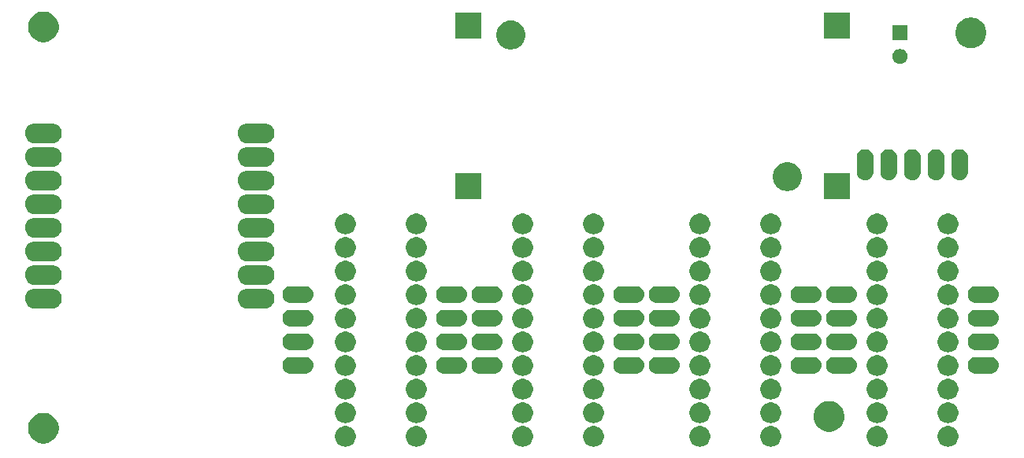
<source format=gbr>
G04 #@! TF.GenerationSoftware,KiCad,Pcbnew,(5.1.4)-1*
G04 #@! TF.CreationDate,2020-02-08T01:02:29+01:00*
G04 #@! TF.ProjectId,FlyballDisplay,466c7962-616c-46c4-9469-73706c61792e,rev?*
G04 #@! TF.SameCoordinates,Original*
G04 #@! TF.FileFunction,Soldermask,Bot*
G04 #@! TF.FilePolarity,Negative*
%FSLAX46Y46*%
G04 Gerber Fmt 4.6, Leading zero omitted, Abs format (unit mm)*
G04 Created by KiCad (PCBNEW (5.1.4)-1) date 2020-02-08 01:02:29*
%MOMM*%
%LPD*%
G04 APERTURE LIST*
%ADD10C,0.100000*%
G04 APERTURE END LIST*
D10*
G36*
X195796900Y-126112112D02*
G01*
X195982092Y-126148948D01*
X196185482Y-126233195D01*
X196368529Y-126355503D01*
X196524197Y-126511171D01*
X196646505Y-126694218D01*
X196730752Y-126897608D01*
X196773700Y-127113526D01*
X196773700Y-127333674D01*
X196730752Y-127549592D01*
X196646505Y-127752982D01*
X196524197Y-127936029D01*
X196368529Y-128091697D01*
X196185482Y-128214005D01*
X195982092Y-128298252D01*
X195796900Y-128335088D01*
X195766175Y-128341200D01*
X195546025Y-128341200D01*
X195515300Y-128335088D01*
X195330108Y-128298252D01*
X195126718Y-128214005D01*
X194943671Y-128091697D01*
X194788003Y-127936029D01*
X194665695Y-127752982D01*
X194581448Y-127549592D01*
X194538500Y-127333674D01*
X194538500Y-127113526D01*
X194581448Y-126897608D01*
X194665695Y-126694218D01*
X194788003Y-126511171D01*
X194943671Y-126355503D01*
X195126718Y-126233195D01*
X195330108Y-126148948D01*
X195515300Y-126112112D01*
X195546025Y-126106000D01*
X195766175Y-126106000D01*
X195796900Y-126112112D01*
X195796900Y-126112112D01*
G37*
G36*
X138646900Y-126112112D02*
G01*
X138832092Y-126148948D01*
X139035482Y-126233195D01*
X139218529Y-126355503D01*
X139374197Y-126511171D01*
X139496505Y-126694218D01*
X139580752Y-126897608D01*
X139623700Y-127113526D01*
X139623700Y-127333674D01*
X139580752Y-127549592D01*
X139496505Y-127752982D01*
X139374197Y-127936029D01*
X139218529Y-128091697D01*
X139035482Y-128214005D01*
X138832092Y-128298252D01*
X138646900Y-128335088D01*
X138616175Y-128341200D01*
X138396025Y-128341200D01*
X138365300Y-128335088D01*
X138180108Y-128298252D01*
X137976718Y-128214005D01*
X137793671Y-128091697D01*
X137638003Y-127936029D01*
X137515695Y-127752982D01*
X137431448Y-127549592D01*
X137388500Y-127333674D01*
X137388500Y-127113526D01*
X137431448Y-126897608D01*
X137515695Y-126694218D01*
X137638003Y-126511171D01*
X137793671Y-126355503D01*
X137976718Y-126233195D01*
X138180108Y-126148948D01*
X138365300Y-126112112D01*
X138396025Y-126106000D01*
X138616175Y-126106000D01*
X138646900Y-126112112D01*
X138646900Y-126112112D01*
G37*
G36*
X131026900Y-126112112D02*
G01*
X131212092Y-126148948D01*
X131415482Y-126233195D01*
X131598529Y-126355503D01*
X131754197Y-126511171D01*
X131876505Y-126694218D01*
X131960752Y-126897608D01*
X132003700Y-127113526D01*
X132003700Y-127333674D01*
X131960752Y-127549592D01*
X131876505Y-127752982D01*
X131754197Y-127936029D01*
X131598529Y-128091697D01*
X131415482Y-128214005D01*
X131212092Y-128298252D01*
X131026900Y-128335088D01*
X130996175Y-128341200D01*
X130776025Y-128341200D01*
X130745300Y-128335088D01*
X130560108Y-128298252D01*
X130356718Y-128214005D01*
X130173671Y-128091697D01*
X130018003Y-127936029D01*
X129895695Y-127752982D01*
X129811448Y-127549592D01*
X129768500Y-127333674D01*
X129768500Y-127113526D01*
X129811448Y-126897608D01*
X129895695Y-126694218D01*
X130018003Y-126511171D01*
X130173671Y-126355503D01*
X130356718Y-126233195D01*
X130560108Y-126148948D01*
X130745300Y-126112112D01*
X130776025Y-126106000D01*
X130996175Y-126106000D01*
X131026900Y-126112112D01*
X131026900Y-126112112D01*
G37*
G36*
X157696900Y-126112112D02*
G01*
X157882092Y-126148948D01*
X158085482Y-126233195D01*
X158268529Y-126355503D01*
X158424197Y-126511171D01*
X158546505Y-126694218D01*
X158630752Y-126897608D01*
X158673700Y-127113526D01*
X158673700Y-127333674D01*
X158630752Y-127549592D01*
X158546505Y-127752982D01*
X158424197Y-127936029D01*
X158268529Y-128091697D01*
X158085482Y-128214005D01*
X157882092Y-128298252D01*
X157696900Y-128335088D01*
X157666175Y-128341200D01*
X157446025Y-128341200D01*
X157415300Y-128335088D01*
X157230108Y-128298252D01*
X157026718Y-128214005D01*
X156843671Y-128091697D01*
X156688003Y-127936029D01*
X156565695Y-127752982D01*
X156481448Y-127549592D01*
X156438500Y-127333674D01*
X156438500Y-127113526D01*
X156481448Y-126897608D01*
X156565695Y-126694218D01*
X156688003Y-126511171D01*
X156843671Y-126355503D01*
X157026718Y-126233195D01*
X157230108Y-126148948D01*
X157415300Y-126112112D01*
X157446025Y-126106000D01*
X157666175Y-126106000D01*
X157696900Y-126112112D01*
X157696900Y-126112112D01*
G37*
G36*
X150076900Y-126112112D02*
G01*
X150262092Y-126148948D01*
X150465482Y-126233195D01*
X150648529Y-126355503D01*
X150804197Y-126511171D01*
X150926505Y-126694218D01*
X151010752Y-126897608D01*
X151053700Y-127113526D01*
X151053700Y-127333674D01*
X151010752Y-127549592D01*
X150926505Y-127752982D01*
X150804197Y-127936029D01*
X150648529Y-128091697D01*
X150465482Y-128214005D01*
X150262092Y-128298252D01*
X150076900Y-128335088D01*
X150046175Y-128341200D01*
X149826025Y-128341200D01*
X149795300Y-128335088D01*
X149610108Y-128298252D01*
X149406718Y-128214005D01*
X149223671Y-128091697D01*
X149068003Y-127936029D01*
X148945695Y-127752982D01*
X148861448Y-127549592D01*
X148818500Y-127333674D01*
X148818500Y-127113526D01*
X148861448Y-126897608D01*
X148945695Y-126694218D01*
X149068003Y-126511171D01*
X149223671Y-126355503D01*
X149406718Y-126233195D01*
X149610108Y-126148948D01*
X149795300Y-126112112D01*
X149826025Y-126106000D01*
X150046175Y-126106000D01*
X150076900Y-126112112D01*
X150076900Y-126112112D01*
G37*
G36*
X176746900Y-126112112D02*
G01*
X176932092Y-126148948D01*
X177135482Y-126233195D01*
X177318529Y-126355503D01*
X177474197Y-126511171D01*
X177596505Y-126694218D01*
X177680752Y-126897608D01*
X177723700Y-127113526D01*
X177723700Y-127333674D01*
X177680752Y-127549592D01*
X177596505Y-127752982D01*
X177474197Y-127936029D01*
X177318529Y-128091697D01*
X177135482Y-128214005D01*
X176932092Y-128298252D01*
X176746900Y-128335088D01*
X176716175Y-128341200D01*
X176496025Y-128341200D01*
X176465300Y-128335088D01*
X176280108Y-128298252D01*
X176076718Y-128214005D01*
X175893671Y-128091697D01*
X175738003Y-127936029D01*
X175615695Y-127752982D01*
X175531448Y-127549592D01*
X175488500Y-127333674D01*
X175488500Y-127113526D01*
X175531448Y-126897608D01*
X175615695Y-126694218D01*
X175738003Y-126511171D01*
X175893671Y-126355503D01*
X176076718Y-126233195D01*
X176280108Y-126148948D01*
X176465300Y-126112112D01*
X176496025Y-126106000D01*
X176716175Y-126106000D01*
X176746900Y-126112112D01*
X176746900Y-126112112D01*
G37*
G36*
X169126900Y-126112112D02*
G01*
X169312092Y-126148948D01*
X169515482Y-126233195D01*
X169698529Y-126355503D01*
X169854197Y-126511171D01*
X169976505Y-126694218D01*
X170060752Y-126897608D01*
X170103700Y-127113526D01*
X170103700Y-127333674D01*
X170060752Y-127549592D01*
X169976505Y-127752982D01*
X169854197Y-127936029D01*
X169698529Y-128091697D01*
X169515482Y-128214005D01*
X169312092Y-128298252D01*
X169126900Y-128335088D01*
X169096175Y-128341200D01*
X168876025Y-128341200D01*
X168845300Y-128335088D01*
X168660108Y-128298252D01*
X168456718Y-128214005D01*
X168273671Y-128091697D01*
X168118003Y-127936029D01*
X167995695Y-127752982D01*
X167911448Y-127549592D01*
X167868500Y-127333674D01*
X167868500Y-127113526D01*
X167911448Y-126897608D01*
X167995695Y-126694218D01*
X168118003Y-126511171D01*
X168273671Y-126355503D01*
X168456718Y-126233195D01*
X168660108Y-126148948D01*
X168845300Y-126112112D01*
X168876025Y-126106000D01*
X169096175Y-126106000D01*
X169126900Y-126112112D01*
X169126900Y-126112112D01*
G37*
G36*
X188176900Y-126112112D02*
G01*
X188362092Y-126148948D01*
X188565482Y-126233195D01*
X188748529Y-126355503D01*
X188904197Y-126511171D01*
X189026505Y-126694218D01*
X189110752Y-126897608D01*
X189153700Y-127113526D01*
X189153700Y-127333674D01*
X189110752Y-127549592D01*
X189026505Y-127752982D01*
X188904197Y-127936029D01*
X188748529Y-128091697D01*
X188565482Y-128214005D01*
X188362092Y-128298252D01*
X188176900Y-128335088D01*
X188146175Y-128341200D01*
X187926025Y-128341200D01*
X187895300Y-128335088D01*
X187710108Y-128298252D01*
X187506718Y-128214005D01*
X187323671Y-128091697D01*
X187168003Y-127936029D01*
X187045695Y-127752982D01*
X186961448Y-127549592D01*
X186918500Y-127333674D01*
X186918500Y-127113526D01*
X186961448Y-126897608D01*
X187045695Y-126694218D01*
X187168003Y-126511171D01*
X187323671Y-126355503D01*
X187506718Y-126233195D01*
X187710108Y-126148948D01*
X187895300Y-126112112D01*
X187926025Y-126106000D01*
X188146175Y-126106000D01*
X188176900Y-126112112D01*
X188176900Y-126112112D01*
G37*
G36*
X98800256Y-124756298D02*
G01*
X98906579Y-124777447D01*
X99207042Y-124901903D01*
X99477451Y-125082585D01*
X99707415Y-125312549D01*
X99888097Y-125582958D01*
X100009911Y-125877042D01*
X100012553Y-125883422D01*
X100076000Y-126202389D01*
X100076000Y-126527611D01*
X100042859Y-126694220D01*
X100012553Y-126846579D01*
X99888097Y-127147042D01*
X99707415Y-127417451D01*
X99477451Y-127647415D01*
X99207042Y-127828097D01*
X98906579Y-127952553D01*
X98800256Y-127973702D01*
X98587611Y-128016000D01*
X98262389Y-128016000D01*
X98049744Y-127973702D01*
X97943421Y-127952553D01*
X97642958Y-127828097D01*
X97372549Y-127647415D01*
X97142585Y-127417451D01*
X96961903Y-127147042D01*
X96837447Y-126846579D01*
X96807141Y-126694220D01*
X96774000Y-126527611D01*
X96774000Y-126202389D01*
X96837447Y-125883422D01*
X96840090Y-125877042D01*
X96961903Y-125582958D01*
X97142585Y-125312549D01*
X97372549Y-125082585D01*
X97642958Y-124901903D01*
X97943421Y-124777447D01*
X98049744Y-124756298D01*
X98262389Y-124714000D01*
X98587611Y-124714000D01*
X98800256Y-124756298D01*
X98800256Y-124756298D01*
G37*
G36*
X183255256Y-123486298D02*
G01*
X183361579Y-123507447D01*
X183662042Y-123631903D01*
X183932451Y-123812585D01*
X184162415Y-124042549D01*
X184343097Y-124312958D01*
X184451028Y-124573525D01*
X184467553Y-124613422D01*
X184531000Y-124932389D01*
X184531000Y-125257611D01*
X184503467Y-125396026D01*
X184467553Y-125576579D01*
X184343097Y-125877042D01*
X184162415Y-126147451D01*
X183932451Y-126377415D01*
X183662042Y-126558097D01*
X183361579Y-126682553D01*
X183302935Y-126694218D01*
X183042611Y-126746000D01*
X182717389Y-126746000D01*
X182457065Y-126694218D01*
X182398421Y-126682553D01*
X182097958Y-126558097D01*
X181827549Y-126377415D01*
X181597585Y-126147451D01*
X181416903Y-125877042D01*
X181292447Y-125576579D01*
X181256533Y-125396026D01*
X181229000Y-125257611D01*
X181229000Y-124932389D01*
X181292447Y-124613422D01*
X181308973Y-124573525D01*
X181416903Y-124312958D01*
X181597585Y-124042549D01*
X181827549Y-123812585D01*
X182097958Y-123631903D01*
X182398421Y-123507447D01*
X182504744Y-123486298D01*
X182717389Y-123444000D01*
X183042611Y-123444000D01*
X183255256Y-123486298D01*
X183255256Y-123486298D01*
G37*
G36*
X150076900Y-123572112D02*
G01*
X150262092Y-123608948D01*
X150465482Y-123693195D01*
X150648529Y-123815503D01*
X150804197Y-123971171D01*
X150926505Y-124154218D01*
X151010752Y-124357608D01*
X151053700Y-124573526D01*
X151053700Y-124793674D01*
X151010752Y-125009592D01*
X150926505Y-125212982D01*
X150804197Y-125396029D01*
X150648529Y-125551697D01*
X150465482Y-125674005D01*
X150262092Y-125758252D01*
X150076900Y-125795088D01*
X150046175Y-125801200D01*
X149826025Y-125801200D01*
X149795300Y-125795088D01*
X149610108Y-125758252D01*
X149406718Y-125674005D01*
X149223671Y-125551697D01*
X149068003Y-125396029D01*
X148945695Y-125212982D01*
X148861448Y-125009592D01*
X148818500Y-124793674D01*
X148818500Y-124573526D01*
X148861448Y-124357608D01*
X148945695Y-124154218D01*
X149068003Y-123971171D01*
X149223671Y-123815503D01*
X149406718Y-123693195D01*
X149610108Y-123608948D01*
X149795300Y-123572112D01*
X149826025Y-123566000D01*
X150046175Y-123566000D01*
X150076900Y-123572112D01*
X150076900Y-123572112D01*
G37*
G36*
X188176900Y-123572112D02*
G01*
X188362092Y-123608948D01*
X188565482Y-123693195D01*
X188748529Y-123815503D01*
X188904197Y-123971171D01*
X189026505Y-124154218D01*
X189110752Y-124357608D01*
X189153700Y-124573526D01*
X189153700Y-124793674D01*
X189110752Y-125009592D01*
X189026505Y-125212982D01*
X188904197Y-125396029D01*
X188748529Y-125551697D01*
X188565482Y-125674005D01*
X188362092Y-125758252D01*
X188176900Y-125795088D01*
X188146175Y-125801200D01*
X187926025Y-125801200D01*
X187895300Y-125795088D01*
X187710108Y-125758252D01*
X187506718Y-125674005D01*
X187323671Y-125551697D01*
X187168003Y-125396029D01*
X187045695Y-125212982D01*
X186961448Y-125009592D01*
X186918500Y-124793674D01*
X186918500Y-124573526D01*
X186961448Y-124357608D01*
X187045695Y-124154218D01*
X187168003Y-123971171D01*
X187323671Y-123815503D01*
X187506718Y-123693195D01*
X187710108Y-123608948D01*
X187895300Y-123572112D01*
X187926025Y-123566000D01*
X188146175Y-123566000D01*
X188176900Y-123572112D01*
X188176900Y-123572112D01*
G37*
G36*
X195796900Y-123572112D02*
G01*
X195982092Y-123608948D01*
X196185482Y-123693195D01*
X196368529Y-123815503D01*
X196524197Y-123971171D01*
X196646505Y-124154218D01*
X196730752Y-124357608D01*
X196773700Y-124573526D01*
X196773700Y-124793674D01*
X196730752Y-125009592D01*
X196646505Y-125212982D01*
X196524197Y-125396029D01*
X196368529Y-125551697D01*
X196185482Y-125674005D01*
X195982092Y-125758252D01*
X195796900Y-125795088D01*
X195766175Y-125801200D01*
X195546025Y-125801200D01*
X195515300Y-125795088D01*
X195330108Y-125758252D01*
X195126718Y-125674005D01*
X194943671Y-125551697D01*
X194788003Y-125396029D01*
X194665695Y-125212982D01*
X194581448Y-125009592D01*
X194538500Y-124793674D01*
X194538500Y-124573526D01*
X194581448Y-124357608D01*
X194665695Y-124154218D01*
X194788003Y-123971171D01*
X194943671Y-123815503D01*
X195126718Y-123693195D01*
X195330108Y-123608948D01*
X195515300Y-123572112D01*
X195546025Y-123566000D01*
X195766175Y-123566000D01*
X195796900Y-123572112D01*
X195796900Y-123572112D01*
G37*
G36*
X169126900Y-123572112D02*
G01*
X169312092Y-123608948D01*
X169515482Y-123693195D01*
X169698529Y-123815503D01*
X169854197Y-123971171D01*
X169976505Y-124154218D01*
X170060752Y-124357608D01*
X170103700Y-124573526D01*
X170103700Y-124793674D01*
X170060752Y-125009592D01*
X169976505Y-125212982D01*
X169854197Y-125396029D01*
X169698529Y-125551697D01*
X169515482Y-125674005D01*
X169312092Y-125758252D01*
X169126900Y-125795088D01*
X169096175Y-125801200D01*
X168876025Y-125801200D01*
X168845300Y-125795088D01*
X168660108Y-125758252D01*
X168456718Y-125674005D01*
X168273671Y-125551697D01*
X168118003Y-125396029D01*
X167995695Y-125212982D01*
X167911448Y-125009592D01*
X167868500Y-124793674D01*
X167868500Y-124573526D01*
X167911448Y-124357608D01*
X167995695Y-124154218D01*
X168118003Y-123971171D01*
X168273671Y-123815503D01*
X168456718Y-123693195D01*
X168660108Y-123608948D01*
X168845300Y-123572112D01*
X168876025Y-123566000D01*
X169096175Y-123566000D01*
X169126900Y-123572112D01*
X169126900Y-123572112D01*
G37*
G36*
X138646900Y-123572112D02*
G01*
X138832092Y-123608948D01*
X139035482Y-123693195D01*
X139218529Y-123815503D01*
X139374197Y-123971171D01*
X139496505Y-124154218D01*
X139580752Y-124357608D01*
X139623700Y-124573526D01*
X139623700Y-124793674D01*
X139580752Y-125009592D01*
X139496505Y-125212982D01*
X139374197Y-125396029D01*
X139218529Y-125551697D01*
X139035482Y-125674005D01*
X138832092Y-125758252D01*
X138646900Y-125795088D01*
X138616175Y-125801200D01*
X138396025Y-125801200D01*
X138365300Y-125795088D01*
X138180108Y-125758252D01*
X137976718Y-125674005D01*
X137793671Y-125551697D01*
X137638003Y-125396029D01*
X137515695Y-125212982D01*
X137431448Y-125009592D01*
X137388500Y-124793674D01*
X137388500Y-124573526D01*
X137431448Y-124357608D01*
X137515695Y-124154218D01*
X137638003Y-123971171D01*
X137793671Y-123815503D01*
X137976718Y-123693195D01*
X138180108Y-123608948D01*
X138365300Y-123572112D01*
X138396025Y-123566000D01*
X138616175Y-123566000D01*
X138646900Y-123572112D01*
X138646900Y-123572112D01*
G37*
G36*
X176746900Y-123572112D02*
G01*
X176932092Y-123608948D01*
X177135482Y-123693195D01*
X177318529Y-123815503D01*
X177474197Y-123971171D01*
X177596505Y-124154218D01*
X177680752Y-124357608D01*
X177723700Y-124573526D01*
X177723700Y-124793674D01*
X177680752Y-125009592D01*
X177596505Y-125212982D01*
X177474197Y-125396029D01*
X177318529Y-125551697D01*
X177135482Y-125674005D01*
X176932092Y-125758252D01*
X176746900Y-125795088D01*
X176716175Y-125801200D01*
X176496025Y-125801200D01*
X176465300Y-125795088D01*
X176280108Y-125758252D01*
X176076718Y-125674005D01*
X175893671Y-125551697D01*
X175738003Y-125396029D01*
X175615695Y-125212982D01*
X175531448Y-125009592D01*
X175488500Y-124793674D01*
X175488500Y-124573526D01*
X175531448Y-124357608D01*
X175615695Y-124154218D01*
X175738003Y-123971171D01*
X175893671Y-123815503D01*
X176076718Y-123693195D01*
X176280108Y-123608948D01*
X176465300Y-123572112D01*
X176496025Y-123566000D01*
X176716175Y-123566000D01*
X176746900Y-123572112D01*
X176746900Y-123572112D01*
G37*
G36*
X131026900Y-123572112D02*
G01*
X131212092Y-123608948D01*
X131415482Y-123693195D01*
X131598529Y-123815503D01*
X131754197Y-123971171D01*
X131876505Y-124154218D01*
X131960752Y-124357608D01*
X132003700Y-124573526D01*
X132003700Y-124793674D01*
X131960752Y-125009592D01*
X131876505Y-125212982D01*
X131754197Y-125396029D01*
X131598529Y-125551697D01*
X131415482Y-125674005D01*
X131212092Y-125758252D01*
X131026900Y-125795088D01*
X130996175Y-125801200D01*
X130776025Y-125801200D01*
X130745300Y-125795088D01*
X130560108Y-125758252D01*
X130356718Y-125674005D01*
X130173671Y-125551697D01*
X130018003Y-125396029D01*
X129895695Y-125212982D01*
X129811448Y-125009592D01*
X129768500Y-124793674D01*
X129768500Y-124573526D01*
X129811448Y-124357608D01*
X129895695Y-124154218D01*
X130018003Y-123971171D01*
X130173671Y-123815503D01*
X130356718Y-123693195D01*
X130560108Y-123608948D01*
X130745300Y-123572112D01*
X130776025Y-123566000D01*
X130996175Y-123566000D01*
X131026900Y-123572112D01*
X131026900Y-123572112D01*
G37*
G36*
X157696900Y-123572112D02*
G01*
X157882092Y-123608948D01*
X158085482Y-123693195D01*
X158268529Y-123815503D01*
X158424197Y-123971171D01*
X158546505Y-124154218D01*
X158630752Y-124357608D01*
X158673700Y-124573526D01*
X158673700Y-124793674D01*
X158630752Y-125009592D01*
X158546505Y-125212982D01*
X158424197Y-125396029D01*
X158268529Y-125551697D01*
X158085482Y-125674005D01*
X157882092Y-125758252D01*
X157696900Y-125795088D01*
X157666175Y-125801200D01*
X157446025Y-125801200D01*
X157415300Y-125795088D01*
X157230108Y-125758252D01*
X157026718Y-125674005D01*
X156843671Y-125551697D01*
X156688003Y-125396029D01*
X156565695Y-125212982D01*
X156481448Y-125009592D01*
X156438500Y-124793674D01*
X156438500Y-124573526D01*
X156481448Y-124357608D01*
X156565695Y-124154218D01*
X156688003Y-123971171D01*
X156843671Y-123815503D01*
X157026718Y-123693195D01*
X157230108Y-123608948D01*
X157415300Y-123572112D01*
X157446025Y-123566000D01*
X157666175Y-123566000D01*
X157696900Y-123572112D01*
X157696900Y-123572112D01*
G37*
G36*
X195796900Y-121032112D02*
G01*
X195982092Y-121068948D01*
X196185482Y-121153195D01*
X196368529Y-121275503D01*
X196524197Y-121431171D01*
X196646505Y-121614218D01*
X196730752Y-121817608D01*
X196773700Y-122033526D01*
X196773700Y-122253674D01*
X196730752Y-122469592D01*
X196646505Y-122672982D01*
X196524197Y-122856029D01*
X196368529Y-123011697D01*
X196185482Y-123134005D01*
X195982092Y-123218252D01*
X195796900Y-123255088D01*
X195766175Y-123261200D01*
X195546025Y-123261200D01*
X195515300Y-123255088D01*
X195330108Y-123218252D01*
X195126718Y-123134005D01*
X194943671Y-123011697D01*
X194788003Y-122856029D01*
X194665695Y-122672982D01*
X194581448Y-122469592D01*
X194538500Y-122253674D01*
X194538500Y-122033526D01*
X194581448Y-121817608D01*
X194665695Y-121614218D01*
X194788003Y-121431171D01*
X194943671Y-121275503D01*
X195126718Y-121153195D01*
X195330108Y-121068948D01*
X195515300Y-121032112D01*
X195546025Y-121026000D01*
X195766175Y-121026000D01*
X195796900Y-121032112D01*
X195796900Y-121032112D01*
G37*
G36*
X169126900Y-121032112D02*
G01*
X169312092Y-121068948D01*
X169515482Y-121153195D01*
X169698529Y-121275503D01*
X169854197Y-121431171D01*
X169976505Y-121614218D01*
X170060752Y-121817608D01*
X170103700Y-122033526D01*
X170103700Y-122253674D01*
X170060752Y-122469592D01*
X169976505Y-122672982D01*
X169854197Y-122856029D01*
X169698529Y-123011697D01*
X169515482Y-123134005D01*
X169312092Y-123218252D01*
X169126900Y-123255088D01*
X169096175Y-123261200D01*
X168876025Y-123261200D01*
X168845300Y-123255088D01*
X168660108Y-123218252D01*
X168456718Y-123134005D01*
X168273671Y-123011697D01*
X168118003Y-122856029D01*
X167995695Y-122672982D01*
X167911448Y-122469592D01*
X167868500Y-122253674D01*
X167868500Y-122033526D01*
X167911448Y-121817608D01*
X167995695Y-121614218D01*
X168118003Y-121431171D01*
X168273671Y-121275503D01*
X168456718Y-121153195D01*
X168660108Y-121068948D01*
X168845300Y-121032112D01*
X168876025Y-121026000D01*
X169096175Y-121026000D01*
X169126900Y-121032112D01*
X169126900Y-121032112D01*
G37*
G36*
X176746900Y-121032112D02*
G01*
X176932092Y-121068948D01*
X177135482Y-121153195D01*
X177318529Y-121275503D01*
X177474197Y-121431171D01*
X177596505Y-121614218D01*
X177680752Y-121817608D01*
X177723700Y-122033526D01*
X177723700Y-122253674D01*
X177680752Y-122469592D01*
X177596505Y-122672982D01*
X177474197Y-122856029D01*
X177318529Y-123011697D01*
X177135482Y-123134005D01*
X176932092Y-123218252D01*
X176746900Y-123255088D01*
X176716175Y-123261200D01*
X176496025Y-123261200D01*
X176465300Y-123255088D01*
X176280108Y-123218252D01*
X176076718Y-123134005D01*
X175893671Y-123011697D01*
X175738003Y-122856029D01*
X175615695Y-122672982D01*
X175531448Y-122469592D01*
X175488500Y-122253674D01*
X175488500Y-122033526D01*
X175531448Y-121817608D01*
X175615695Y-121614218D01*
X175738003Y-121431171D01*
X175893671Y-121275503D01*
X176076718Y-121153195D01*
X176280108Y-121068948D01*
X176465300Y-121032112D01*
X176496025Y-121026000D01*
X176716175Y-121026000D01*
X176746900Y-121032112D01*
X176746900Y-121032112D01*
G37*
G36*
X157696900Y-121032112D02*
G01*
X157882092Y-121068948D01*
X158085482Y-121153195D01*
X158268529Y-121275503D01*
X158424197Y-121431171D01*
X158546505Y-121614218D01*
X158630752Y-121817608D01*
X158673700Y-122033526D01*
X158673700Y-122253674D01*
X158630752Y-122469592D01*
X158546505Y-122672982D01*
X158424197Y-122856029D01*
X158268529Y-123011697D01*
X158085482Y-123134005D01*
X157882092Y-123218252D01*
X157696900Y-123255088D01*
X157666175Y-123261200D01*
X157446025Y-123261200D01*
X157415300Y-123255088D01*
X157230108Y-123218252D01*
X157026718Y-123134005D01*
X156843671Y-123011697D01*
X156688003Y-122856029D01*
X156565695Y-122672982D01*
X156481448Y-122469592D01*
X156438500Y-122253674D01*
X156438500Y-122033526D01*
X156481448Y-121817608D01*
X156565695Y-121614218D01*
X156688003Y-121431171D01*
X156843671Y-121275503D01*
X157026718Y-121153195D01*
X157230108Y-121068948D01*
X157415300Y-121032112D01*
X157446025Y-121026000D01*
X157666175Y-121026000D01*
X157696900Y-121032112D01*
X157696900Y-121032112D01*
G37*
G36*
X188176900Y-121032112D02*
G01*
X188362092Y-121068948D01*
X188565482Y-121153195D01*
X188748529Y-121275503D01*
X188904197Y-121431171D01*
X189026505Y-121614218D01*
X189110752Y-121817608D01*
X189153700Y-122033526D01*
X189153700Y-122253674D01*
X189110752Y-122469592D01*
X189026505Y-122672982D01*
X188904197Y-122856029D01*
X188748529Y-123011697D01*
X188565482Y-123134005D01*
X188362092Y-123218252D01*
X188176900Y-123255088D01*
X188146175Y-123261200D01*
X187926025Y-123261200D01*
X187895300Y-123255088D01*
X187710108Y-123218252D01*
X187506718Y-123134005D01*
X187323671Y-123011697D01*
X187168003Y-122856029D01*
X187045695Y-122672982D01*
X186961448Y-122469592D01*
X186918500Y-122253674D01*
X186918500Y-122033526D01*
X186961448Y-121817608D01*
X187045695Y-121614218D01*
X187168003Y-121431171D01*
X187323671Y-121275503D01*
X187506718Y-121153195D01*
X187710108Y-121068948D01*
X187895300Y-121032112D01*
X187926025Y-121026000D01*
X188146175Y-121026000D01*
X188176900Y-121032112D01*
X188176900Y-121032112D01*
G37*
G36*
X138646900Y-121032112D02*
G01*
X138832092Y-121068948D01*
X139035482Y-121153195D01*
X139218529Y-121275503D01*
X139374197Y-121431171D01*
X139496505Y-121614218D01*
X139580752Y-121817608D01*
X139623700Y-122033526D01*
X139623700Y-122253674D01*
X139580752Y-122469592D01*
X139496505Y-122672982D01*
X139374197Y-122856029D01*
X139218529Y-123011697D01*
X139035482Y-123134005D01*
X138832092Y-123218252D01*
X138646900Y-123255088D01*
X138616175Y-123261200D01*
X138396025Y-123261200D01*
X138365300Y-123255088D01*
X138180108Y-123218252D01*
X137976718Y-123134005D01*
X137793671Y-123011697D01*
X137638003Y-122856029D01*
X137515695Y-122672982D01*
X137431448Y-122469592D01*
X137388500Y-122253674D01*
X137388500Y-122033526D01*
X137431448Y-121817608D01*
X137515695Y-121614218D01*
X137638003Y-121431171D01*
X137793671Y-121275503D01*
X137976718Y-121153195D01*
X138180108Y-121068948D01*
X138365300Y-121032112D01*
X138396025Y-121026000D01*
X138616175Y-121026000D01*
X138646900Y-121032112D01*
X138646900Y-121032112D01*
G37*
G36*
X131026900Y-121032112D02*
G01*
X131212092Y-121068948D01*
X131415482Y-121153195D01*
X131598529Y-121275503D01*
X131754197Y-121431171D01*
X131876505Y-121614218D01*
X131960752Y-121817608D01*
X132003700Y-122033526D01*
X132003700Y-122253674D01*
X131960752Y-122469592D01*
X131876505Y-122672982D01*
X131754197Y-122856029D01*
X131598529Y-123011697D01*
X131415482Y-123134005D01*
X131212092Y-123218252D01*
X131026900Y-123255088D01*
X130996175Y-123261200D01*
X130776025Y-123261200D01*
X130745300Y-123255088D01*
X130560108Y-123218252D01*
X130356718Y-123134005D01*
X130173671Y-123011697D01*
X130018003Y-122856029D01*
X129895695Y-122672982D01*
X129811448Y-122469592D01*
X129768500Y-122253674D01*
X129768500Y-122033526D01*
X129811448Y-121817608D01*
X129895695Y-121614218D01*
X130018003Y-121431171D01*
X130173671Y-121275503D01*
X130356718Y-121153195D01*
X130560108Y-121068948D01*
X130745300Y-121032112D01*
X130776025Y-121026000D01*
X130996175Y-121026000D01*
X131026900Y-121032112D01*
X131026900Y-121032112D01*
G37*
G36*
X150076900Y-121032112D02*
G01*
X150262092Y-121068948D01*
X150465482Y-121153195D01*
X150648529Y-121275503D01*
X150804197Y-121431171D01*
X150926505Y-121614218D01*
X151010752Y-121817608D01*
X151053700Y-122033526D01*
X151053700Y-122253674D01*
X151010752Y-122469592D01*
X150926505Y-122672982D01*
X150804197Y-122856029D01*
X150648529Y-123011697D01*
X150465482Y-123134005D01*
X150262092Y-123218252D01*
X150076900Y-123255088D01*
X150046175Y-123261200D01*
X149826025Y-123261200D01*
X149795300Y-123255088D01*
X149610108Y-123218252D01*
X149406718Y-123134005D01*
X149223671Y-123011697D01*
X149068003Y-122856029D01*
X148945695Y-122672982D01*
X148861448Y-122469592D01*
X148818500Y-122253674D01*
X148818500Y-122033526D01*
X148861448Y-121817608D01*
X148945695Y-121614218D01*
X149068003Y-121431171D01*
X149223671Y-121275503D01*
X149406718Y-121153195D01*
X149610108Y-121068948D01*
X149795300Y-121032112D01*
X149826025Y-121026000D01*
X150046175Y-121026000D01*
X150076900Y-121032112D01*
X150076900Y-121032112D01*
G37*
G36*
X188176900Y-118492112D02*
G01*
X188362092Y-118528948D01*
X188565482Y-118613195D01*
X188748529Y-118735503D01*
X188904197Y-118891171D01*
X189026505Y-119074218D01*
X189110752Y-119277608D01*
X189153700Y-119493526D01*
X189153700Y-119713674D01*
X189110752Y-119929592D01*
X189026505Y-120132982D01*
X188904197Y-120316029D01*
X188748529Y-120471697D01*
X188565482Y-120594005D01*
X188362092Y-120678252D01*
X188176900Y-120715088D01*
X188146175Y-120721200D01*
X187926025Y-120721200D01*
X187895300Y-120715088D01*
X187710108Y-120678252D01*
X187506718Y-120594005D01*
X187323671Y-120471697D01*
X187168003Y-120316029D01*
X187045695Y-120132982D01*
X186961448Y-119929592D01*
X186918500Y-119713674D01*
X186918500Y-119493526D01*
X186961448Y-119277608D01*
X187045695Y-119074218D01*
X187168003Y-118891171D01*
X187323671Y-118735503D01*
X187506718Y-118613195D01*
X187710108Y-118528948D01*
X187895300Y-118492112D01*
X187926025Y-118486000D01*
X188146175Y-118486000D01*
X188176900Y-118492112D01*
X188176900Y-118492112D01*
G37*
G36*
X138646900Y-118492112D02*
G01*
X138832092Y-118528948D01*
X139035482Y-118613195D01*
X139218529Y-118735503D01*
X139374197Y-118891171D01*
X139496505Y-119074218D01*
X139580752Y-119277608D01*
X139623700Y-119493526D01*
X139623700Y-119713674D01*
X139580752Y-119929592D01*
X139496505Y-120132982D01*
X139374197Y-120316029D01*
X139218529Y-120471697D01*
X139035482Y-120594005D01*
X138832092Y-120678252D01*
X138646900Y-120715088D01*
X138616175Y-120721200D01*
X138396025Y-120721200D01*
X138365300Y-120715088D01*
X138180108Y-120678252D01*
X137976718Y-120594005D01*
X137793671Y-120471697D01*
X137638003Y-120316029D01*
X137515695Y-120132982D01*
X137431448Y-119929592D01*
X137388500Y-119713674D01*
X137388500Y-119493526D01*
X137431448Y-119277608D01*
X137515695Y-119074218D01*
X137638003Y-118891171D01*
X137793671Y-118735503D01*
X137976718Y-118613195D01*
X138180108Y-118528948D01*
X138365300Y-118492112D01*
X138396025Y-118486000D01*
X138616175Y-118486000D01*
X138646900Y-118492112D01*
X138646900Y-118492112D01*
G37*
G36*
X131026900Y-118492112D02*
G01*
X131212092Y-118528948D01*
X131415482Y-118613195D01*
X131598529Y-118735503D01*
X131754197Y-118891171D01*
X131876505Y-119074218D01*
X131960752Y-119277608D01*
X132003700Y-119493526D01*
X132003700Y-119713674D01*
X131960752Y-119929592D01*
X131876505Y-120132982D01*
X131754197Y-120316029D01*
X131598529Y-120471697D01*
X131415482Y-120594005D01*
X131212092Y-120678252D01*
X131026900Y-120715088D01*
X130996175Y-120721200D01*
X130776025Y-120721200D01*
X130745300Y-120715088D01*
X130560108Y-120678252D01*
X130356718Y-120594005D01*
X130173671Y-120471697D01*
X130018003Y-120316029D01*
X129895695Y-120132982D01*
X129811448Y-119929592D01*
X129768500Y-119713674D01*
X129768500Y-119493526D01*
X129811448Y-119277608D01*
X129895695Y-119074218D01*
X130018003Y-118891171D01*
X130173671Y-118735503D01*
X130356718Y-118613195D01*
X130560108Y-118528948D01*
X130745300Y-118492112D01*
X130776025Y-118486000D01*
X130996175Y-118486000D01*
X131026900Y-118492112D01*
X131026900Y-118492112D01*
G37*
G36*
X157696900Y-118492112D02*
G01*
X157882092Y-118528948D01*
X158085482Y-118613195D01*
X158268529Y-118735503D01*
X158424197Y-118891171D01*
X158546505Y-119074218D01*
X158630752Y-119277608D01*
X158673700Y-119493526D01*
X158673700Y-119713674D01*
X158630752Y-119929592D01*
X158546505Y-120132982D01*
X158424197Y-120316029D01*
X158268529Y-120471697D01*
X158085482Y-120594005D01*
X157882092Y-120678252D01*
X157696900Y-120715088D01*
X157666175Y-120721200D01*
X157446025Y-120721200D01*
X157415300Y-120715088D01*
X157230108Y-120678252D01*
X157026718Y-120594005D01*
X156843671Y-120471697D01*
X156688003Y-120316029D01*
X156565695Y-120132982D01*
X156481448Y-119929592D01*
X156438500Y-119713674D01*
X156438500Y-119493526D01*
X156481448Y-119277608D01*
X156565695Y-119074218D01*
X156688003Y-118891171D01*
X156843671Y-118735503D01*
X157026718Y-118613195D01*
X157230108Y-118528948D01*
X157415300Y-118492112D01*
X157446025Y-118486000D01*
X157666175Y-118486000D01*
X157696900Y-118492112D01*
X157696900Y-118492112D01*
G37*
G36*
X150076900Y-118492112D02*
G01*
X150262092Y-118528948D01*
X150465482Y-118613195D01*
X150648529Y-118735503D01*
X150804197Y-118891171D01*
X150926505Y-119074218D01*
X151010752Y-119277608D01*
X151053700Y-119493526D01*
X151053700Y-119713674D01*
X151010752Y-119929592D01*
X150926505Y-120132982D01*
X150804197Y-120316029D01*
X150648529Y-120471697D01*
X150465482Y-120594005D01*
X150262092Y-120678252D01*
X150076900Y-120715088D01*
X150046175Y-120721200D01*
X149826025Y-120721200D01*
X149795300Y-120715088D01*
X149610108Y-120678252D01*
X149406718Y-120594005D01*
X149223671Y-120471697D01*
X149068003Y-120316029D01*
X148945695Y-120132982D01*
X148861448Y-119929592D01*
X148818500Y-119713674D01*
X148818500Y-119493526D01*
X148861448Y-119277608D01*
X148945695Y-119074218D01*
X149068003Y-118891171D01*
X149223671Y-118735503D01*
X149406718Y-118613195D01*
X149610108Y-118528948D01*
X149795300Y-118492112D01*
X149826025Y-118486000D01*
X150046175Y-118486000D01*
X150076900Y-118492112D01*
X150076900Y-118492112D01*
G37*
G36*
X176746900Y-118492112D02*
G01*
X176932092Y-118528948D01*
X177135482Y-118613195D01*
X177318529Y-118735503D01*
X177474197Y-118891171D01*
X177596505Y-119074218D01*
X177680752Y-119277608D01*
X177723700Y-119493526D01*
X177723700Y-119713674D01*
X177680752Y-119929592D01*
X177596505Y-120132982D01*
X177474197Y-120316029D01*
X177318529Y-120471697D01*
X177135482Y-120594005D01*
X176932092Y-120678252D01*
X176746900Y-120715088D01*
X176716175Y-120721200D01*
X176496025Y-120721200D01*
X176465300Y-120715088D01*
X176280108Y-120678252D01*
X176076718Y-120594005D01*
X175893671Y-120471697D01*
X175738003Y-120316029D01*
X175615695Y-120132982D01*
X175531448Y-119929592D01*
X175488500Y-119713674D01*
X175488500Y-119493526D01*
X175531448Y-119277608D01*
X175615695Y-119074218D01*
X175738003Y-118891171D01*
X175893671Y-118735503D01*
X176076718Y-118613195D01*
X176280108Y-118528948D01*
X176465300Y-118492112D01*
X176496025Y-118486000D01*
X176716175Y-118486000D01*
X176746900Y-118492112D01*
X176746900Y-118492112D01*
G37*
G36*
X169126900Y-118492112D02*
G01*
X169312092Y-118528948D01*
X169515482Y-118613195D01*
X169698529Y-118735503D01*
X169854197Y-118891171D01*
X169976505Y-119074218D01*
X170060752Y-119277608D01*
X170103700Y-119493526D01*
X170103700Y-119713674D01*
X170060752Y-119929592D01*
X169976505Y-120132982D01*
X169854197Y-120316029D01*
X169698529Y-120471697D01*
X169515482Y-120594005D01*
X169312092Y-120678252D01*
X169126900Y-120715088D01*
X169096175Y-120721200D01*
X168876025Y-120721200D01*
X168845300Y-120715088D01*
X168660108Y-120678252D01*
X168456718Y-120594005D01*
X168273671Y-120471697D01*
X168118003Y-120316029D01*
X167995695Y-120132982D01*
X167911448Y-119929592D01*
X167868500Y-119713674D01*
X167868500Y-119493526D01*
X167911448Y-119277608D01*
X167995695Y-119074218D01*
X168118003Y-118891171D01*
X168273671Y-118735503D01*
X168456718Y-118613195D01*
X168660108Y-118528948D01*
X168845300Y-118492112D01*
X168876025Y-118486000D01*
X169096175Y-118486000D01*
X169126900Y-118492112D01*
X169126900Y-118492112D01*
G37*
G36*
X195796900Y-118492112D02*
G01*
X195982092Y-118528948D01*
X196185482Y-118613195D01*
X196368529Y-118735503D01*
X196524197Y-118891171D01*
X196646505Y-119074218D01*
X196730752Y-119277608D01*
X196773700Y-119493526D01*
X196773700Y-119713674D01*
X196730752Y-119929592D01*
X196646505Y-120132982D01*
X196524197Y-120316029D01*
X196368529Y-120471697D01*
X196185482Y-120594005D01*
X195982092Y-120678252D01*
X195796900Y-120715088D01*
X195766175Y-120721200D01*
X195546025Y-120721200D01*
X195515300Y-120715088D01*
X195330108Y-120678252D01*
X195126718Y-120594005D01*
X194943671Y-120471697D01*
X194788003Y-120316029D01*
X194665695Y-120132982D01*
X194581448Y-119929592D01*
X194538500Y-119713674D01*
X194538500Y-119493526D01*
X194581448Y-119277608D01*
X194665695Y-119074218D01*
X194788003Y-118891171D01*
X194943671Y-118735503D01*
X195126718Y-118613195D01*
X195330108Y-118528948D01*
X195515300Y-118492112D01*
X195546025Y-118486000D01*
X195766175Y-118486000D01*
X195796900Y-118492112D01*
X195796900Y-118492112D01*
G37*
G36*
X200402570Y-118706373D02*
G01*
X200574181Y-118758430D01*
X200732338Y-118842967D01*
X200870965Y-118956735D01*
X200984733Y-119095362D01*
X201069270Y-119253519D01*
X201121327Y-119425130D01*
X201138905Y-119603600D01*
X201121327Y-119782070D01*
X201069270Y-119953681D01*
X200984733Y-120111838D01*
X200870965Y-120250465D01*
X200732338Y-120364233D01*
X200574181Y-120448770D01*
X200402570Y-120500827D01*
X200268824Y-120514000D01*
X198663376Y-120514000D01*
X198529630Y-120500827D01*
X198358019Y-120448770D01*
X198199862Y-120364233D01*
X198061235Y-120250465D01*
X197947467Y-120111838D01*
X197862930Y-119953681D01*
X197810873Y-119782070D01*
X197793295Y-119603600D01*
X197810873Y-119425130D01*
X197862930Y-119253519D01*
X197947467Y-119095362D01*
X198061235Y-118956735D01*
X198199862Y-118842967D01*
X198358019Y-118758430D01*
X198529630Y-118706373D01*
X198663376Y-118693200D01*
X200268824Y-118693200D01*
X200402570Y-118706373D01*
X200402570Y-118706373D01*
G37*
G36*
X181352570Y-118706373D02*
G01*
X181524181Y-118758430D01*
X181682338Y-118842967D01*
X181820965Y-118956735D01*
X181934733Y-119095362D01*
X182019270Y-119253519D01*
X182071327Y-119425130D01*
X182088905Y-119603600D01*
X182071327Y-119782070D01*
X182019270Y-119953681D01*
X181934733Y-120111838D01*
X181820965Y-120250465D01*
X181682338Y-120364233D01*
X181524181Y-120448770D01*
X181352570Y-120500827D01*
X181218824Y-120514000D01*
X179613376Y-120514000D01*
X179479630Y-120500827D01*
X179308019Y-120448770D01*
X179149862Y-120364233D01*
X179011235Y-120250465D01*
X178897467Y-120111838D01*
X178812930Y-119953681D01*
X178760873Y-119782070D01*
X178743295Y-119603600D01*
X178760873Y-119425130D01*
X178812930Y-119253519D01*
X178897467Y-119095362D01*
X179011235Y-118956735D01*
X179149862Y-118842967D01*
X179308019Y-118758430D01*
X179479630Y-118706373D01*
X179613376Y-118693200D01*
X181218824Y-118693200D01*
X181352570Y-118706373D01*
X181352570Y-118706373D01*
G37*
G36*
X166112570Y-118706373D02*
G01*
X166284181Y-118758430D01*
X166442338Y-118842967D01*
X166580965Y-118956735D01*
X166694733Y-119095362D01*
X166779270Y-119253519D01*
X166831327Y-119425130D01*
X166848905Y-119603600D01*
X166831327Y-119782070D01*
X166779270Y-119953681D01*
X166694733Y-120111838D01*
X166580965Y-120250465D01*
X166442338Y-120364233D01*
X166284181Y-120448770D01*
X166112570Y-120500827D01*
X165978824Y-120514000D01*
X164373376Y-120514000D01*
X164239630Y-120500827D01*
X164068019Y-120448770D01*
X163909862Y-120364233D01*
X163771235Y-120250465D01*
X163657467Y-120111838D01*
X163572930Y-119953681D01*
X163520873Y-119782070D01*
X163503295Y-119603600D01*
X163520873Y-119425130D01*
X163572930Y-119253519D01*
X163657467Y-119095362D01*
X163771235Y-118956735D01*
X163909862Y-118842967D01*
X164068019Y-118758430D01*
X164239630Y-118706373D01*
X164373376Y-118693200D01*
X165978824Y-118693200D01*
X166112570Y-118706373D01*
X166112570Y-118706373D01*
G37*
G36*
X162302570Y-118706373D02*
G01*
X162474181Y-118758430D01*
X162632338Y-118842967D01*
X162770965Y-118956735D01*
X162884733Y-119095362D01*
X162969270Y-119253519D01*
X163021327Y-119425130D01*
X163038905Y-119603600D01*
X163021327Y-119782070D01*
X162969270Y-119953681D01*
X162884733Y-120111838D01*
X162770965Y-120250465D01*
X162632338Y-120364233D01*
X162474181Y-120448770D01*
X162302570Y-120500827D01*
X162168824Y-120514000D01*
X160563376Y-120514000D01*
X160429630Y-120500827D01*
X160258019Y-120448770D01*
X160099862Y-120364233D01*
X159961235Y-120250465D01*
X159847467Y-120111838D01*
X159762930Y-119953681D01*
X159710873Y-119782070D01*
X159693295Y-119603600D01*
X159710873Y-119425130D01*
X159762930Y-119253519D01*
X159847467Y-119095362D01*
X159961235Y-118956735D01*
X160099862Y-118842967D01*
X160258019Y-118758430D01*
X160429630Y-118706373D01*
X160563376Y-118693200D01*
X162168824Y-118693200D01*
X162302570Y-118706373D01*
X162302570Y-118706373D01*
G37*
G36*
X143252570Y-118706373D02*
G01*
X143424181Y-118758430D01*
X143582338Y-118842967D01*
X143720965Y-118956735D01*
X143834733Y-119095362D01*
X143919270Y-119253519D01*
X143971327Y-119425130D01*
X143988905Y-119603600D01*
X143971327Y-119782070D01*
X143919270Y-119953681D01*
X143834733Y-120111838D01*
X143720965Y-120250465D01*
X143582338Y-120364233D01*
X143424181Y-120448770D01*
X143252570Y-120500827D01*
X143118824Y-120514000D01*
X141513376Y-120514000D01*
X141379630Y-120500827D01*
X141208019Y-120448770D01*
X141049862Y-120364233D01*
X140911235Y-120250465D01*
X140797467Y-120111838D01*
X140712930Y-119953681D01*
X140660873Y-119782070D01*
X140643295Y-119603600D01*
X140660873Y-119425130D01*
X140712930Y-119253519D01*
X140797467Y-119095362D01*
X140911235Y-118956735D01*
X141049862Y-118842967D01*
X141208019Y-118758430D01*
X141379630Y-118706373D01*
X141513376Y-118693200D01*
X143118824Y-118693200D01*
X143252570Y-118706373D01*
X143252570Y-118706373D01*
G37*
G36*
X126742570Y-118706373D02*
G01*
X126914181Y-118758430D01*
X127072338Y-118842967D01*
X127210965Y-118956735D01*
X127324733Y-119095362D01*
X127409270Y-119253519D01*
X127461327Y-119425130D01*
X127478905Y-119603600D01*
X127461327Y-119782070D01*
X127409270Y-119953681D01*
X127324733Y-120111838D01*
X127210965Y-120250465D01*
X127072338Y-120364233D01*
X126914181Y-120448770D01*
X126742570Y-120500827D01*
X126608824Y-120514000D01*
X125003376Y-120514000D01*
X124869630Y-120500827D01*
X124698019Y-120448770D01*
X124539862Y-120364233D01*
X124401235Y-120250465D01*
X124287467Y-120111838D01*
X124202930Y-119953681D01*
X124150873Y-119782070D01*
X124133295Y-119603600D01*
X124150873Y-119425130D01*
X124202930Y-119253519D01*
X124287467Y-119095362D01*
X124401235Y-118956735D01*
X124539862Y-118842967D01*
X124698019Y-118758430D01*
X124869630Y-118706373D01*
X125003376Y-118693200D01*
X126608824Y-118693200D01*
X126742570Y-118706373D01*
X126742570Y-118706373D01*
G37*
G36*
X185162570Y-118706373D02*
G01*
X185334181Y-118758430D01*
X185492338Y-118842967D01*
X185630965Y-118956735D01*
X185744733Y-119095362D01*
X185829270Y-119253519D01*
X185881327Y-119425130D01*
X185898905Y-119603600D01*
X185881327Y-119782070D01*
X185829270Y-119953681D01*
X185744733Y-120111838D01*
X185630965Y-120250465D01*
X185492338Y-120364233D01*
X185334181Y-120448770D01*
X185162570Y-120500827D01*
X185028824Y-120514000D01*
X183423376Y-120514000D01*
X183289630Y-120500827D01*
X183118019Y-120448770D01*
X182959862Y-120364233D01*
X182821235Y-120250465D01*
X182707467Y-120111838D01*
X182622930Y-119953681D01*
X182570873Y-119782070D01*
X182553295Y-119603600D01*
X182570873Y-119425130D01*
X182622930Y-119253519D01*
X182707467Y-119095362D01*
X182821235Y-118956735D01*
X182959862Y-118842967D01*
X183118019Y-118758430D01*
X183289630Y-118706373D01*
X183423376Y-118693200D01*
X185028824Y-118693200D01*
X185162570Y-118706373D01*
X185162570Y-118706373D01*
G37*
G36*
X147062570Y-118706373D02*
G01*
X147234181Y-118758430D01*
X147392338Y-118842967D01*
X147530965Y-118956735D01*
X147644733Y-119095362D01*
X147729270Y-119253519D01*
X147781327Y-119425130D01*
X147798905Y-119603600D01*
X147781327Y-119782070D01*
X147729270Y-119953681D01*
X147644733Y-120111838D01*
X147530965Y-120250465D01*
X147392338Y-120364233D01*
X147234181Y-120448770D01*
X147062570Y-120500827D01*
X146928824Y-120514000D01*
X145323376Y-120514000D01*
X145189630Y-120500827D01*
X145018019Y-120448770D01*
X144859862Y-120364233D01*
X144721235Y-120250465D01*
X144607467Y-120111838D01*
X144522930Y-119953681D01*
X144470873Y-119782070D01*
X144453295Y-119603600D01*
X144470873Y-119425130D01*
X144522930Y-119253519D01*
X144607467Y-119095362D01*
X144721235Y-118956735D01*
X144859862Y-118842967D01*
X145018019Y-118758430D01*
X145189630Y-118706373D01*
X145323376Y-118693200D01*
X146928824Y-118693200D01*
X147062570Y-118706373D01*
X147062570Y-118706373D01*
G37*
G36*
X131026900Y-115952112D02*
G01*
X131212092Y-115988948D01*
X131415482Y-116073195D01*
X131598529Y-116195503D01*
X131754197Y-116351171D01*
X131876505Y-116534218D01*
X131960752Y-116737608D01*
X132003700Y-116953526D01*
X132003700Y-117173674D01*
X131960752Y-117389592D01*
X131876505Y-117592982D01*
X131754197Y-117776029D01*
X131598529Y-117931697D01*
X131415482Y-118054005D01*
X131212092Y-118138252D01*
X131026900Y-118175088D01*
X130996175Y-118181200D01*
X130776025Y-118181200D01*
X130745300Y-118175088D01*
X130560108Y-118138252D01*
X130356718Y-118054005D01*
X130173671Y-117931697D01*
X130018003Y-117776029D01*
X129895695Y-117592982D01*
X129811448Y-117389592D01*
X129768500Y-117173674D01*
X129768500Y-116953526D01*
X129811448Y-116737608D01*
X129895695Y-116534218D01*
X130018003Y-116351171D01*
X130173671Y-116195503D01*
X130356718Y-116073195D01*
X130560108Y-115988948D01*
X130745300Y-115952112D01*
X130776025Y-115946000D01*
X130996175Y-115946000D01*
X131026900Y-115952112D01*
X131026900Y-115952112D01*
G37*
G36*
X138646900Y-115952112D02*
G01*
X138832092Y-115988948D01*
X139035482Y-116073195D01*
X139218529Y-116195503D01*
X139374197Y-116351171D01*
X139496505Y-116534218D01*
X139580752Y-116737608D01*
X139623700Y-116953526D01*
X139623700Y-117173674D01*
X139580752Y-117389592D01*
X139496505Y-117592982D01*
X139374197Y-117776029D01*
X139218529Y-117931697D01*
X139035482Y-118054005D01*
X138832092Y-118138252D01*
X138646900Y-118175088D01*
X138616175Y-118181200D01*
X138396025Y-118181200D01*
X138365300Y-118175088D01*
X138180108Y-118138252D01*
X137976718Y-118054005D01*
X137793671Y-117931697D01*
X137638003Y-117776029D01*
X137515695Y-117592982D01*
X137431448Y-117389592D01*
X137388500Y-117173674D01*
X137388500Y-116953526D01*
X137431448Y-116737608D01*
X137515695Y-116534218D01*
X137638003Y-116351171D01*
X137793671Y-116195503D01*
X137976718Y-116073195D01*
X138180108Y-115988948D01*
X138365300Y-115952112D01*
X138396025Y-115946000D01*
X138616175Y-115946000D01*
X138646900Y-115952112D01*
X138646900Y-115952112D01*
G37*
G36*
X150076900Y-115952112D02*
G01*
X150262092Y-115988948D01*
X150465482Y-116073195D01*
X150648529Y-116195503D01*
X150804197Y-116351171D01*
X150926505Y-116534218D01*
X151010752Y-116737608D01*
X151053700Y-116953526D01*
X151053700Y-117173674D01*
X151010752Y-117389592D01*
X150926505Y-117592982D01*
X150804197Y-117776029D01*
X150648529Y-117931697D01*
X150465482Y-118054005D01*
X150262092Y-118138252D01*
X150076900Y-118175088D01*
X150046175Y-118181200D01*
X149826025Y-118181200D01*
X149795300Y-118175088D01*
X149610108Y-118138252D01*
X149406718Y-118054005D01*
X149223671Y-117931697D01*
X149068003Y-117776029D01*
X148945695Y-117592982D01*
X148861448Y-117389592D01*
X148818500Y-117173674D01*
X148818500Y-116953526D01*
X148861448Y-116737608D01*
X148945695Y-116534218D01*
X149068003Y-116351171D01*
X149223671Y-116195503D01*
X149406718Y-116073195D01*
X149610108Y-115988948D01*
X149795300Y-115952112D01*
X149826025Y-115946000D01*
X150046175Y-115946000D01*
X150076900Y-115952112D01*
X150076900Y-115952112D01*
G37*
G36*
X157696900Y-115952112D02*
G01*
X157882092Y-115988948D01*
X158085482Y-116073195D01*
X158268529Y-116195503D01*
X158424197Y-116351171D01*
X158546505Y-116534218D01*
X158630752Y-116737608D01*
X158673700Y-116953526D01*
X158673700Y-117173674D01*
X158630752Y-117389592D01*
X158546505Y-117592982D01*
X158424197Y-117776029D01*
X158268529Y-117931697D01*
X158085482Y-118054005D01*
X157882092Y-118138252D01*
X157696900Y-118175088D01*
X157666175Y-118181200D01*
X157446025Y-118181200D01*
X157415300Y-118175088D01*
X157230108Y-118138252D01*
X157026718Y-118054005D01*
X156843671Y-117931697D01*
X156688003Y-117776029D01*
X156565695Y-117592982D01*
X156481448Y-117389592D01*
X156438500Y-117173674D01*
X156438500Y-116953526D01*
X156481448Y-116737608D01*
X156565695Y-116534218D01*
X156688003Y-116351171D01*
X156843671Y-116195503D01*
X157026718Y-116073195D01*
X157230108Y-115988948D01*
X157415300Y-115952112D01*
X157446025Y-115946000D01*
X157666175Y-115946000D01*
X157696900Y-115952112D01*
X157696900Y-115952112D01*
G37*
G36*
X169126900Y-115952112D02*
G01*
X169312092Y-115988948D01*
X169515482Y-116073195D01*
X169698529Y-116195503D01*
X169854197Y-116351171D01*
X169976505Y-116534218D01*
X170060752Y-116737608D01*
X170103700Y-116953526D01*
X170103700Y-117173674D01*
X170060752Y-117389592D01*
X169976505Y-117592982D01*
X169854197Y-117776029D01*
X169698529Y-117931697D01*
X169515482Y-118054005D01*
X169312092Y-118138252D01*
X169126900Y-118175088D01*
X169096175Y-118181200D01*
X168876025Y-118181200D01*
X168845300Y-118175088D01*
X168660108Y-118138252D01*
X168456718Y-118054005D01*
X168273671Y-117931697D01*
X168118003Y-117776029D01*
X167995695Y-117592982D01*
X167911448Y-117389592D01*
X167868500Y-117173674D01*
X167868500Y-116953526D01*
X167911448Y-116737608D01*
X167995695Y-116534218D01*
X168118003Y-116351171D01*
X168273671Y-116195503D01*
X168456718Y-116073195D01*
X168660108Y-115988948D01*
X168845300Y-115952112D01*
X168876025Y-115946000D01*
X169096175Y-115946000D01*
X169126900Y-115952112D01*
X169126900Y-115952112D01*
G37*
G36*
X195796900Y-115952112D02*
G01*
X195982092Y-115988948D01*
X196185482Y-116073195D01*
X196368529Y-116195503D01*
X196524197Y-116351171D01*
X196646505Y-116534218D01*
X196730752Y-116737608D01*
X196773700Y-116953526D01*
X196773700Y-117173674D01*
X196730752Y-117389592D01*
X196646505Y-117592982D01*
X196524197Y-117776029D01*
X196368529Y-117931697D01*
X196185482Y-118054005D01*
X195982092Y-118138252D01*
X195796900Y-118175088D01*
X195766175Y-118181200D01*
X195546025Y-118181200D01*
X195515300Y-118175088D01*
X195330108Y-118138252D01*
X195126718Y-118054005D01*
X194943671Y-117931697D01*
X194788003Y-117776029D01*
X194665695Y-117592982D01*
X194581448Y-117389592D01*
X194538500Y-117173674D01*
X194538500Y-116953526D01*
X194581448Y-116737608D01*
X194665695Y-116534218D01*
X194788003Y-116351171D01*
X194943671Y-116195503D01*
X195126718Y-116073195D01*
X195330108Y-115988948D01*
X195515300Y-115952112D01*
X195546025Y-115946000D01*
X195766175Y-115946000D01*
X195796900Y-115952112D01*
X195796900Y-115952112D01*
G37*
G36*
X176746900Y-115952112D02*
G01*
X176932092Y-115988948D01*
X177135482Y-116073195D01*
X177318529Y-116195503D01*
X177474197Y-116351171D01*
X177596505Y-116534218D01*
X177680752Y-116737608D01*
X177723700Y-116953526D01*
X177723700Y-117173674D01*
X177680752Y-117389592D01*
X177596505Y-117592982D01*
X177474197Y-117776029D01*
X177318529Y-117931697D01*
X177135482Y-118054005D01*
X176932092Y-118138252D01*
X176746900Y-118175088D01*
X176716175Y-118181200D01*
X176496025Y-118181200D01*
X176465300Y-118175088D01*
X176280108Y-118138252D01*
X176076718Y-118054005D01*
X175893671Y-117931697D01*
X175738003Y-117776029D01*
X175615695Y-117592982D01*
X175531448Y-117389592D01*
X175488500Y-117173674D01*
X175488500Y-116953526D01*
X175531448Y-116737608D01*
X175615695Y-116534218D01*
X175738003Y-116351171D01*
X175893671Y-116195503D01*
X176076718Y-116073195D01*
X176280108Y-115988948D01*
X176465300Y-115952112D01*
X176496025Y-115946000D01*
X176716175Y-115946000D01*
X176746900Y-115952112D01*
X176746900Y-115952112D01*
G37*
G36*
X188176900Y-115952112D02*
G01*
X188362092Y-115988948D01*
X188565482Y-116073195D01*
X188748529Y-116195503D01*
X188904197Y-116351171D01*
X189026505Y-116534218D01*
X189110752Y-116737608D01*
X189153700Y-116953526D01*
X189153700Y-117173674D01*
X189110752Y-117389592D01*
X189026505Y-117592982D01*
X188904197Y-117776029D01*
X188748529Y-117931697D01*
X188565482Y-118054005D01*
X188362092Y-118138252D01*
X188176900Y-118175088D01*
X188146175Y-118181200D01*
X187926025Y-118181200D01*
X187895300Y-118175088D01*
X187710108Y-118138252D01*
X187506718Y-118054005D01*
X187323671Y-117931697D01*
X187168003Y-117776029D01*
X187045695Y-117592982D01*
X186961448Y-117389592D01*
X186918500Y-117173674D01*
X186918500Y-116953526D01*
X186961448Y-116737608D01*
X187045695Y-116534218D01*
X187168003Y-116351171D01*
X187323671Y-116195503D01*
X187506718Y-116073195D01*
X187710108Y-115988948D01*
X187895300Y-115952112D01*
X187926025Y-115946000D01*
X188146175Y-115946000D01*
X188176900Y-115952112D01*
X188176900Y-115952112D01*
G37*
G36*
X166112570Y-116166373D02*
G01*
X166284181Y-116218430D01*
X166442338Y-116302967D01*
X166580965Y-116416735D01*
X166694733Y-116555362D01*
X166779270Y-116713519D01*
X166831327Y-116885130D01*
X166848905Y-117063600D01*
X166831327Y-117242070D01*
X166779270Y-117413681D01*
X166694733Y-117571838D01*
X166580965Y-117710465D01*
X166442338Y-117824233D01*
X166284181Y-117908770D01*
X166112570Y-117960827D01*
X165978824Y-117974000D01*
X164373376Y-117974000D01*
X164239630Y-117960827D01*
X164068019Y-117908770D01*
X163909862Y-117824233D01*
X163771235Y-117710465D01*
X163657467Y-117571838D01*
X163572930Y-117413681D01*
X163520873Y-117242070D01*
X163503295Y-117063600D01*
X163520873Y-116885130D01*
X163572930Y-116713519D01*
X163657467Y-116555362D01*
X163771235Y-116416735D01*
X163909862Y-116302967D01*
X164068019Y-116218430D01*
X164239630Y-116166373D01*
X164373376Y-116153200D01*
X165978824Y-116153200D01*
X166112570Y-116166373D01*
X166112570Y-116166373D01*
G37*
G36*
X200402570Y-116166373D02*
G01*
X200574181Y-116218430D01*
X200732338Y-116302967D01*
X200870965Y-116416735D01*
X200984733Y-116555362D01*
X201069270Y-116713519D01*
X201121327Y-116885130D01*
X201138905Y-117063600D01*
X201121327Y-117242070D01*
X201069270Y-117413681D01*
X200984733Y-117571838D01*
X200870965Y-117710465D01*
X200732338Y-117824233D01*
X200574181Y-117908770D01*
X200402570Y-117960827D01*
X200268824Y-117974000D01*
X198663376Y-117974000D01*
X198529630Y-117960827D01*
X198358019Y-117908770D01*
X198199862Y-117824233D01*
X198061235Y-117710465D01*
X197947467Y-117571838D01*
X197862930Y-117413681D01*
X197810873Y-117242070D01*
X197793295Y-117063600D01*
X197810873Y-116885130D01*
X197862930Y-116713519D01*
X197947467Y-116555362D01*
X198061235Y-116416735D01*
X198199862Y-116302967D01*
X198358019Y-116218430D01*
X198529630Y-116166373D01*
X198663376Y-116153200D01*
X200268824Y-116153200D01*
X200402570Y-116166373D01*
X200402570Y-116166373D01*
G37*
G36*
X181352570Y-116166373D02*
G01*
X181524181Y-116218430D01*
X181682338Y-116302967D01*
X181820965Y-116416735D01*
X181934733Y-116555362D01*
X182019270Y-116713519D01*
X182071327Y-116885130D01*
X182088905Y-117063600D01*
X182071327Y-117242070D01*
X182019270Y-117413681D01*
X181934733Y-117571838D01*
X181820965Y-117710465D01*
X181682338Y-117824233D01*
X181524181Y-117908770D01*
X181352570Y-117960827D01*
X181218824Y-117974000D01*
X179613376Y-117974000D01*
X179479630Y-117960827D01*
X179308019Y-117908770D01*
X179149862Y-117824233D01*
X179011235Y-117710465D01*
X178897467Y-117571838D01*
X178812930Y-117413681D01*
X178760873Y-117242070D01*
X178743295Y-117063600D01*
X178760873Y-116885130D01*
X178812930Y-116713519D01*
X178897467Y-116555362D01*
X179011235Y-116416735D01*
X179149862Y-116302967D01*
X179308019Y-116218430D01*
X179479630Y-116166373D01*
X179613376Y-116153200D01*
X181218824Y-116153200D01*
X181352570Y-116166373D01*
X181352570Y-116166373D01*
G37*
G36*
X126742570Y-116166373D02*
G01*
X126914181Y-116218430D01*
X127072338Y-116302967D01*
X127210965Y-116416735D01*
X127324733Y-116555362D01*
X127409270Y-116713519D01*
X127461327Y-116885130D01*
X127478905Y-117063600D01*
X127461327Y-117242070D01*
X127409270Y-117413681D01*
X127324733Y-117571838D01*
X127210965Y-117710465D01*
X127072338Y-117824233D01*
X126914181Y-117908770D01*
X126742570Y-117960827D01*
X126608824Y-117974000D01*
X125003376Y-117974000D01*
X124869630Y-117960827D01*
X124698019Y-117908770D01*
X124539862Y-117824233D01*
X124401235Y-117710465D01*
X124287467Y-117571838D01*
X124202930Y-117413681D01*
X124150873Y-117242070D01*
X124133295Y-117063600D01*
X124150873Y-116885130D01*
X124202930Y-116713519D01*
X124287467Y-116555362D01*
X124401235Y-116416735D01*
X124539862Y-116302967D01*
X124698019Y-116218430D01*
X124869630Y-116166373D01*
X125003376Y-116153200D01*
X126608824Y-116153200D01*
X126742570Y-116166373D01*
X126742570Y-116166373D01*
G37*
G36*
X162302570Y-116166373D02*
G01*
X162474181Y-116218430D01*
X162632338Y-116302967D01*
X162770965Y-116416735D01*
X162884733Y-116555362D01*
X162969270Y-116713519D01*
X163021327Y-116885130D01*
X163038905Y-117063600D01*
X163021327Y-117242070D01*
X162969270Y-117413681D01*
X162884733Y-117571838D01*
X162770965Y-117710465D01*
X162632338Y-117824233D01*
X162474181Y-117908770D01*
X162302570Y-117960827D01*
X162168824Y-117974000D01*
X160563376Y-117974000D01*
X160429630Y-117960827D01*
X160258019Y-117908770D01*
X160099862Y-117824233D01*
X159961235Y-117710465D01*
X159847467Y-117571838D01*
X159762930Y-117413681D01*
X159710873Y-117242070D01*
X159693295Y-117063600D01*
X159710873Y-116885130D01*
X159762930Y-116713519D01*
X159847467Y-116555362D01*
X159961235Y-116416735D01*
X160099862Y-116302967D01*
X160258019Y-116218430D01*
X160429630Y-116166373D01*
X160563376Y-116153200D01*
X162168824Y-116153200D01*
X162302570Y-116166373D01*
X162302570Y-116166373D01*
G37*
G36*
X147062570Y-116166373D02*
G01*
X147234181Y-116218430D01*
X147392338Y-116302967D01*
X147530965Y-116416735D01*
X147644733Y-116555362D01*
X147729270Y-116713519D01*
X147781327Y-116885130D01*
X147798905Y-117063600D01*
X147781327Y-117242070D01*
X147729270Y-117413681D01*
X147644733Y-117571838D01*
X147530965Y-117710465D01*
X147392338Y-117824233D01*
X147234181Y-117908770D01*
X147062570Y-117960827D01*
X146928824Y-117974000D01*
X145323376Y-117974000D01*
X145189630Y-117960827D01*
X145018019Y-117908770D01*
X144859862Y-117824233D01*
X144721235Y-117710465D01*
X144607467Y-117571838D01*
X144522930Y-117413681D01*
X144470873Y-117242070D01*
X144453295Y-117063600D01*
X144470873Y-116885130D01*
X144522930Y-116713519D01*
X144607467Y-116555362D01*
X144721235Y-116416735D01*
X144859862Y-116302967D01*
X145018019Y-116218430D01*
X145189630Y-116166373D01*
X145323376Y-116153200D01*
X146928824Y-116153200D01*
X147062570Y-116166373D01*
X147062570Y-116166373D01*
G37*
G36*
X143252570Y-116166373D02*
G01*
X143424181Y-116218430D01*
X143582338Y-116302967D01*
X143720965Y-116416735D01*
X143834733Y-116555362D01*
X143919270Y-116713519D01*
X143971327Y-116885130D01*
X143988905Y-117063600D01*
X143971327Y-117242070D01*
X143919270Y-117413681D01*
X143834733Y-117571838D01*
X143720965Y-117710465D01*
X143582338Y-117824233D01*
X143424181Y-117908770D01*
X143252570Y-117960827D01*
X143118824Y-117974000D01*
X141513376Y-117974000D01*
X141379630Y-117960827D01*
X141208019Y-117908770D01*
X141049862Y-117824233D01*
X140911235Y-117710465D01*
X140797467Y-117571838D01*
X140712930Y-117413681D01*
X140660873Y-117242070D01*
X140643295Y-117063600D01*
X140660873Y-116885130D01*
X140712930Y-116713519D01*
X140797467Y-116555362D01*
X140911235Y-116416735D01*
X141049862Y-116302967D01*
X141208019Y-116218430D01*
X141379630Y-116166373D01*
X141513376Y-116153200D01*
X143118824Y-116153200D01*
X143252570Y-116166373D01*
X143252570Y-116166373D01*
G37*
G36*
X185162570Y-116166373D02*
G01*
X185334181Y-116218430D01*
X185492338Y-116302967D01*
X185630965Y-116416735D01*
X185744733Y-116555362D01*
X185829270Y-116713519D01*
X185881327Y-116885130D01*
X185898905Y-117063600D01*
X185881327Y-117242070D01*
X185829270Y-117413681D01*
X185744733Y-117571838D01*
X185630965Y-117710465D01*
X185492338Y-117824233D01*
X185334181Y-117908770D01*
X185162570Y-117960827D01*
X185028824Y-117974000D01*
X183423376Y-117974000D01*
X183289630Y-117960827D01*
X183118019Y-117908770D01*
X182959862Y-117824233D01*
X182821235Y-117710465D01*
X182707467Y-117571838D01*
X182622930Y-117413681D01*
X182570873Y-117242070D01*
X182553295Y-117063600D01*
X182570873Y-116885130D01*
X182622930Y-116713519D01*
X182707467Y-116555362D01*
X182821235Y-116416735D01*
X182959862Y-116302967D01*
X183118019Y-116218430D01*
X183289630Y-116166373D01*
X183423376Y-116153200D01*
X185028824Y-116153200D01*
X185162570Y-116166373D01*
X185162570Y-116166373D01*
G37*
G36*
X195796900Y-113412112D02*
G01*
X195982092Y-113448948D01*
X196185482Y-113533195D01*
X196368529Y-113655503D01*
X196524197Y-113811171D01*
X196646505Y-113994218D01*
X196730752Y-114197608D01*
X196773700Y-114413526D01*
X196773700Y-114633674D01*
X196730752Y-114849592D01*
X196646505Y-115052982D01*
X196524197Y-115236029D01*
X196368529Y-115391697D01*
X196185482Y-115514005D01*
X195982092Y-115598252D01*
X195796900Y-115635088D01*
X195766175Y-115641200D01*
X195546025Y-115641200D01*
X195515300Y-115635088D01*
X195330108Y-115598252D01*
X195126718Y-115514005D01*
X194943671Y-115391697D01*
X194788003Y-115236029D01*
X194665695Y-115052982D01*
X194581448Y-114849592D01*
X194538500Y-114633674D01*
X194538500Y-114413526D01*
X194581448Y-114197608D01*
X194665695Y-113994218D01*
X194788003Y-113811171D01*
X194943671Y-113655503D01*
X195126718Y-113533195D01*
X195330108Y-113448948D01*
X195515300Y-113412112D01*
X195546025Y-113406000D01*
X195766175Y-113406000D01*
X195796900Y-113412112D01*
X195796900Y-113412112D01*
G37*
G36*
X188176900Y-113412112D02*
G01*
X188362092Y-113448948D01*
X188565482Y-113533195D01*
X188748529Y-113655503D01*
X188904197Y-113811171D01*
X189026505Y-113994218D01*
X189110752Y-114197608D01*
X189153700Y-114413526D01*
X189153700Y-114633674D01*
X189110752Y-114849592D01*
X189026505Y-115052982D01*
X188904197Y-115236029D01*
X188748529Y-115391697D01*
X188565482Y-115514005D01*
X188362092Y-115598252D01*
X188176900Y-115635088D01*
X188146175Y-115641200D01*
X187926025Y-115641200D01*
X187895300Y-115635088D01*
X187710108Y-115598252D01*
X187506718Y-115514005D01*
X187323671Y-115391697D01*
X187168003Y-115236029D01*
X187045695Y-115052982D01*
X186961448Y-114849592D01*
X186918500Y-114633674D01*
X186918500Y-114413526D01*
X186961448Y-114197608D01*
X187045695Y-113994218D01*
X187168003Y-113811171D01*
X187323671Y-113655503D01*
X187506718Y-113533195D01*
X187710108Y-113448948D01*
X187895300Y-113412112D01*
X187926025Y-113406000D01*
X188146175Y-113406000D01*
X188176900Y-113412112D01*
X188176900Y-113412112D01*
G37*
G36*
X138646900Y-113412112D02*
G01*
X138832092Y-113448948D01*
X139035482Y-113533195D01*
X139218529Y-113655503D01*
X139374197Y-113811171D01*
X139496505Y-113994218D01*
X139580752Y-114197608D01*
X139623700Y-114413526D01*
X139623700Y-114633674D01*
X139580752Y-114849592D01*
X139496505Y-115052982D01*
X139374197Y-115236029D01*
X139218529Y-115391697D01*
X139035482Y-115514005D01*
X138832092Y-115598252D01*
X138646900Y-115635088D01*
X138616175Y-115641200D01*
X138396025Y-115641200D01*
X138365300Y-115635088D01*
X138180108Y-115598252D01*
X137976718Y-115514005D01*
X137793671Y-115391697D01*
X137638003Y-115236029D01*
X137515695Y-115052982D01*
X137431448Y-114849592D01*
X137388500Y-114633674D01*
X137388500Y-114413526D01*
X137431448Y-114197608D01*
X137515695Y-113994218D01*
X137638003Y-113811171D01*
X137793671Y-113655503D01*
X137976718Y-113533195D01*
X138180108Y-113448948D01*
X138365300Y-113412112D01*
X138396025Y-113406000D01*
X138616175Y-113406000D01*
X138646900Y-113412112D01*
X138646900Y-113412112D01*
G37*
G36*
X131026900Y-113412112D02*
G01*
X131212092Y-113448948D01*
X131415482Y-113533195D01*
X131598529Y-113655503D01*
X131754197Y-113811171D01*
X131876505Y-113994218D01*
X131960752Y-114197608D01*
X132003700Y-114413526D01*
X132003700Y-114633674D01*
X131960752Y-114849592D01*
X131876505Y-115052982D01*
X131754197Y-115236029D01*
X131598529Y-115391697D01*
X131415482Y-115514005D01*
X131212092Y-115598252D01*
X131026900Y-115635088D01*
X130996175Y-115641200D01*
X130776025Y-115641200D01*
X130745300Y-115635088D01*
X130560108Y-115598252D01*
X130356718Y-115514005D01*
X130173671Y-115391697D01*
X130018003Y-115236029D01*
X129895695Y-115052982D01*
X129811448Y-114849592D01*
X129768500Y-114633674D01*
X129768500Y-114413526D01*
X129811448Y-114197608D01*
X129895695Y-113994218D01*
X130018003Y-113811171D01*
X130173671Y-113655503D01*
X130356718Y-113533195D01*
X130560108Y-113448948D01*
X130745300Y-113412112D01*
X130776025Y-113406000D01*
X130996175Y-113406000D01*
X131026900Y-113412112D01*
X131026900Y-113412112D01*
G37*
G36*
X157696900Y-113412112D02*
G01*
X157882092Y-113448948D01*
X158085482Y-113533195D01*
X158268529Y-113655503D01*
X158424197Y-113811171D01*
X158546505Y-113994218D01*
X158630752Y-114197608D01*
X158673700Y-114413526D01*
X158673700Y-114633674D01*
X158630752Y-114849592D01*
X158546505Y-115052982D01*
X158424197Y-115236029D01*
X158268529Y-115391697D01*
X158085482Y-115514005D01*
X157882092Y-115598252D01*
X157696900Y-115635088D01*
X157666175Y-115641200D01*
X157446025Y-115641200D01*
X157415300Y-115635088D01*
X157230108Y-115598252D01*
X157026718Y-115514005D01*
X156843671Y-115391697D01*
X156688003Y-115236029D01*
X156565695Y-115052982D01*
X156481448Y-114849592D01*
X156438500Y-114633674D01*
X156438500Y-114413526D01*
X156481448Y-114197608D01*
X156565695Y-113994218D01*
X156688003Y-113811171D01*
X156843671Y-113655503D01*
X157026718Y-113533195D01*
X157230108Y-113448948D01*
X157415300Y-113412112D01*
X157446025Y-113406000D01*
X157666175Y-113406000D01*
X157696900Y-113412112D01*
X157696900Y-113412112D01*
G37*
G36*
X150076900Y-113412112D02*
G01*
X150262092Y-113448948D01*
X150465482Y-113533195D01*
X150648529Y-113655503D01*
X150804197Y-113811171D01*
X150926505Y-113994218D01*
X151010752Y-114197608D01*
X151053700Y-114413526D01*
X151053700Y-114633674D01*
X151010752Y-114849592D01*
X150926505Y-115052982D01*
X150804197Y-115236029D01*
X150648529Y-115391697D01*
X150465482Y-115514005D01*
X150262092Y-115598252D01*
X150076900Y-115635088D01*
X150046175Y-115641200D01*
X149826025Y-115641200D01*
X149795300Y-115635088D01*
X149610108Y-115598252D01*
X149406718Y-115514005D01*
X149223671Y-115391697D01*
X149068003Y-115236029D01*
X148945695Y-115052982D01*
X148861448Y-114849592D01*
X148818500Y-114633674D01*
X148818500Y-114413526D01*
X148861448Y-114197608D01*
X148945695Y-113994218D01*
X149068003Y-113811171D01*
X149223671Y-113655503D01*
X149406718Y-113533195D01*
X149610108Y-113448948D01*
X149795300Y-113412112D01*
X149826025Y-113406000D01*
X150046175Y-113406000D01*
X150076900Y-113412112D01*
X150076900Y-113412112D01*
G37*
G36*
X169126900Y-113412112D02*
G01*
X169312092Y-113448948D01*
X169515482Y-113533195D01*
X169698529Y-113655503D01*
X169854197Y-113811171D01*
X169976505Y-113994218D01*
X170060752Y-114197608D01*
X170103700Y-114413526D01*
X170103700Y-114633674D01*
X170060752Y-114849592D01*
X169976505Y-115052982D01*
X169854197Y-115236029D01*
X169698529Y-115391697D01*
X169515482Y-115514005D01*
X169312092Y-115598252D01*
X169126900Y-115635088D01*
X169096175Y-115641200D01*
X168876025Y-115641200D01*
X168845300Y-115635088D01*
X168660108Y-115598252D01*
X168456718Y-115514005D01*
X168273671Y-115391697D01*
X168118003Y-115236029D01*
X167995695Y-115052982D01*
X167911448Y-114849592D01*
X167868500Y-114633674D01*
X167868500Y-114413526D01*
X167911448Y-114197608D01*
X167995695Y-113994218D01*
X168118003Y-113811171D01*
X168273671Y-113655503D01*
X168456718Y-113533195D01*
X168660108Y-113448948D01*
X168845300Y-113412112D01*
X168876025Y-113406000D01*
X169096175Y-113406000D01*
X169126900Y-113412112D01*
X169126900Y-113412112D01*
G37*
G36*
X176746900Y-113412112D02*
G01*
X176932092Y-113448948D01*
X177135482Y-113533195D01*
X177318529Y-113655503D01*
X177474197Y-113811171D01*
X177596505Y-113994218D01*
X177680752Y-114197608D01*
X177723700Y-114413526D01*
X177723700Y-114633674D01*
X177680752Y-114849592D01*
X177596505Y-115052982D01*
X177474197Y-115236029D01*
X177318529Y-115391697D01*
X177135482Y-115514005D01*
X176932092Y-115598252D01*
X176746900Y-115635088D01*
X176716175Y-115641200D01*
X176496025Y-115641200D01*
X176465300Y-115635088D01*
X176280108Y-115598252D01*
X176076718Y-115514005D01*
X175893671Y-115391697D01*
X175738003Y-115236029D01*
X175615695Y-115052982D01*
X175531448Y-114849592D01*
X175488500Y-114633674D01*
X175488500Y-114413526D01*
X175531448Y-114197608D01*
X175615695Y-113994218D01*
X175738003Y-113811171D01*
X175893671Y-113655503D01*
X176076718Y-113533195D01*
X176280108Y-113448948D01*
X176465300Y-113412112D01*
X176496025Y-113406000D01*
X176716175Y-113406000D01*
X176746900Y-113412112D01*
X176746900Y-113412112D01*
G37*
G36*
X200402570Y-113626373D02*
G01*
X200574181Y-113678430D01*
X200732338Y-113762967D01*
X200870965Y-113876735D01*
X200984733Y-114015362D01*
X201069270Y-114173519D01*
X201121327Y-114345130D01*
X201138905Y-114523600D01*
X201121327Y-114702070D01*
X201069270Y-114873681D01*
X200984733Y-115031838D01*
X200870965Y-115170465D01*
X200732338Y-115284233D01*
X200574181Y-115368770D01*
X200402570Y-115420827D01*
X200268824Y-115434000D01*
X198663376Y-115434000D01*
X198529630Y-115420827D01*
X198358019Y-115368770D01*
X198199862Y-115284233D01*
X198061235Y-115170465D01*
X197947467Y-115031838D01*
X197862930Y-114873681D01*
X197810873Y-114702070D01*
X197793295Y-114523600D01*
X197810873Y-114345130D01*
X197862930Y-114173519D01*
X197947467Y-114015362D01*
X198061235Y-113876735D01*
X198199862Y-113762967D01*
X198358019Y-113678430D01*
X198529630Y-113626373D01*
X198663376Y-113613200D01*
X200268824Y-113613200D01*
X200402570Y-113626373D01*
X200402570Y-113626373D01*
G37*
G36*
X185162570Y-113626373D02*
G01*
X185334181Y-113678430D01*
X185492338Y-113762967D01*
X185630965Y-113876735D01*
X185744733Y-114015362D01*
X185829270Y-114173519D01*
X185881327Y-114345130D01*
X185898905Y-114523600D01*
X185881327Y-114702070D01*
X185829270Y-114873681D01*
X185744733Y-115031838D01*
X185630965Y-115170465D01*
X185492338Y-115284233D01*
X185334181Y-115368770D01*
X185162570Y-115420827D01*
X185028824Y-115434000D01*
X183423376Y-115434000D01*
X183289630Y-115420827D01*
X183118019Y-115368770D01*
X182959862Y-115284233D01*
X182821235Y-115170465D01*
X182707467Y-115031838D01*
X182622930Y-114873681D01*
X182570873Y-114702070D01*
X182553295Y-114523600D01*
X182570873Y-114345130D01*
X182622930Y-114173519D01*
X182707467Y-114015362D01*
X182821235Y-113876735D01*
X182959862Y-113762967D01*
X183118019Y-113678430D01*
X183289630Y-113626373D01*
X183423376Y-113613200D01*
X185028824Y-113613200D01*
X185162570Y-113626373D01*
X185162570Y-113626373D01*
G37*
G36*
X181352570Y-113626373D02*
G01*
X181524181Y-113678430D01*
X181682338Y-113762967D01*
X181820965Y-113876735D01*
X181934733Y-114015362D01*
X182019270Y-114173519D01*
X182071327Y-114345130D01*
X182088905Y-114523600D01*
X182071327Y-114702070D01*
X182019270Y-114873681D01*
X181934733Y-115031838D01*
X181820965Y-115170465D01*
X181682338Y-115284233D01*
X181524181Y-115368770D01*
X181352570Y-115420827D01*
X181218824Y-115434000D01*
X179613376Y-115434000D01*
X179479630Y-115420827D01*
X179308019Y-115368770D01*
X179149862Y-115284233D01*
X179011235Y-115170465D01*
X178897467Y-115031838D01*
X178812930Y-114873681D01*
X178760873Y-114702070D01*
X178743295Y-114523600D01*
X178760873Y-114345130D01*
X178812930Y-114173519D01*
X178897467Y-114015362D01*
X179011235Y-113876735D01*
X179149862Y-113762967D01*
X179308019Y-113678430D01*
X179479630Y-113626373D01*
X179613376Y-113613200D01*
X181218824Y-113613200D01*
X181352570Y-113626373D01*
X181352570Y-113626373D01*
G37*
G36*
X166112570Y-113626373D02*
G01*
X166284181Y-113678430D01*
X166442338Y-113762967D01*
X166580965Y-113876735D01*
X166694733Y-114015362D01*
X166779270Y-114173519D01*
X166831327Y-114345130D01*
X166848905Y-114523600D01*
X166831327Y-114702070D01*
X166779270Y-114873681D01*
X166694733Y-115031838D01*
X166580965Y-115170465D01*
X166442338Y-115284233D01*
X166284181Y-115368770D01*
X166112570Y-115420827D01*
X165978824Y-115434000D01*
X164373376Y-115434000D01*
X164239630Y-115420827D01*
X164068019Y-115368770D01*
X163909862Y-115284233D01*
X163771235Y-115170465D01*
X163657467Y-115031838D01*
X163572930Y-114873681D01*
X163520873Y-114702070D01*
X163503295Y-114523600D01*
X163520873Y-114345130D01*
X163572930Y-114173519D01*
X163657467Y-114015362D01*
X163771235Y-113876735D01*
X163909862Y-113762967D01*
X164068019Y-113678430D01*
X164239630Y-113626373D01*
X164373376Y-113613200D01*
X165978824Y-113613200D01*
X166112570Y-113626373D01*
X166112570Y-113626373D01*
G37*
G36*
X126742570Y-113626373D02*
G01*
X126914181Y-113678430D01*
X127072338Y-113762967D01*
X127210965Y-113876735D01*
X127324733Y-114015362D01*
X127409270Y-114173519D01*
X127461327Y-114345130D01*
X127478905Y-114523600D01*
X127461327Y-114702070D01*
X127409270Y-114873681D01*
X127324733Y-115031838D01*
X127210965Y-115170465D01*
X127072338Y-115284233D01*
X126914181Y-115368770D01*
X126742570Y-115420827D01*
X126608824Y-115434000D01*
X125003376Y-115434000D01*
X124869630Y-115420827D01*
X124698019Y-115368770D01*
X124539862Y-115284233D01*
X124401235Y-115170465D01*
X124287467Y-115031838D01*
X124202930Y-114873681D01*
X124150873Y-114702070D01*
X124133295Y-114523600D01*
X124150873Y-114345130D01*
X124202930Y-114173519D01*
X124287467Y-114015362D01*
X124401235Y-113876735D01*
X124539862Y-113762967D01*
X124698019Y-113678430D01*
X124869630Y-113626373D01*
X125003376Y-113613200D01*
X126608824Y-113613200D01*
X126742570Y-113626373D01*
X126742570Y-113626373D01*
G37*
G36*
X143252570Y-113626373D02*
G01*
X143424181Y-113678430D01*
X143582338Y-113762967D01*
X143720965Y-113876735D01*
X143834733Y-114015362D01*
X143919270Y-114173519D01*
X143971327Y-114345130D01*
X143988905Y-114523600D01*
X143971327Y-114702070D01*
X143919270Y-114873681D01*
X143834733Y-115031838D01*
X143720965Y-115170465D01*
X143582338Y-115284233D01*
X143424181Y-115368770D01*
X143252570Y-115420827D01*
X143118824Y-115434000D01*
X141513376Y-115434000D01*
X141379630Y-115420827D01*
X141208019Y-115368770D01*
X141049862Y-115284233D01*
X140911235Y-115170465D01*
X140797467Y-115031838D01*
X140712930Y-114873681D01*
X140660873Y-114702070D01*
X140643295Y-114523600D01*
X140660873Y-114345130D01*
X140712930Y-114173519D01*
X140797467Y-114015362D01*
X140911235Y-113876735D01*
X141049862Y-113762967D01*
X141208019Y-113678430D01*
X141379630Y-113626373D01*
X141513376Y-113613200D01*
X143118824Y-113613200D01*
X143252570Y-113626373D01*
X143252570Y-113626373D01*
G37*
G36*
X162302570Y-113626373D02*
G01*
X162474181Y-113678430D01*
X162632338Y-113762967D01*
X162770965Y-113876735D01*
X162884733Y-114015362D01*
X162969270Y-114173519D01*
X163021327Y-114345130D01*
X163038905Y-114523600D01*
X163021327Y-114702070D01*
X162969270Y-114873681D01*
X162884733Y-115031838D01*
X162770965Y-115170465D01*
X162632338Y-115284233D01*
X162474181Y-115368770D01*
X162302570Y-115420827D01*
X162168824Y-115434000D01*
X160563376Y-115434000D01*
X160429630Y-115420827D01*
X160258019Y-115368770D01*
X160099862Y-115284233D01*
X159961235Y-115170465D01*
X159847467Y-115031838D01*
X159762930Y-114873681D01*
X159710873Y-114702070D01*
X159693295Y-114523600D01*
X159710873Y-114345130D01*
X159762930Y-114173519D01*
X159847467Y-114015362D01*
X159961235Y-113876735D01*
X160099862Y-113762967D01*
X160258019Y-113678430D01*
X160429630Y-113626373D01*
X160563376Y-113613200D01*
X162168824Y-113613200D01*
X162302570Y-113626373D01*
X162302570Y-113626373D01*
G37*
G36*
X147062570Y-113626373D02*
G01*
X147234181Y-113678430D01*
X147392338Y-113762967D01*
X147530965Y-113876735D01*
X147644733Y-114015362D01*
X147729270Y-114173519D01*
X147781327Y-114345130D01*
X147798905Y-114523600D01*
X147781327Y-114702070D01*
X147729270Y-114873681D01*
X147644733Y-115031838D01*
X147530965Y-115170465D01*
X147392338Y-115284233D01*
X147234181Y-115368770D01*
X147062570Y-115420827D01*
X146928824Y-115434000D01*
X145323376Y-115434000D01*
X145189630Y-115420827D01*
X145018019Y-115368770D01*
X144859862Y-115284233D01*
X144721235Y-115170465D01*
X144607467Y-115031838D01*
X144522930Y-114873681D01*
X144470873Y-114702070D01*
X144453295Y-114523600D01*
X144470873Y-114345130D01*
X144522930Y-114173519D01*
X144607467Y-114015362D01*
X144721235Y-113876735D01*
X144859862Y-113762967D01*
X145018019Y-113678430D01*
X145189630Y-113626373D01*
X145323376Y-113613200D01*
X146928824Y-113613200D01*
X147062570Y-113626373D01*
X147062570Y-113626373D01*
G37*
G36*
X122304044Y-111333345D02*
G01*
X122408529Y-111343636D01*
X122609622Y-111404637D01*
X122794950Y-111503697D01*
X122957391Y-111637009D01*
X123090703Y-111799450D01*
X123189763Y-111984778D01*
X123250764Y-112185871D01*
X123271361Y-112395000D01*
X123250764Y-112604129D01*
X123189763Y-112805222D01*
X123090703Y-112990550D01*
X122957391Y-113152991D01*
X122794950Y-113286303D01*
X122609622Y-113385363D01*
X122408529Y-113446364D01*
X122304044Y-113456655D01*
X122251803Y-113461800D01*
X120318197Y-113461800D01*
X120265956Y-113456655D01*
X120161471Y-113446364D01*
X119960378Y-113385363D01*
X119775050Y-113286303D01*
X119612609Y-113152991D01*
X119479297Y-112990550D01*
X119380237Y-112805222D01*
X119319236Y-112604129D01*
X119298639Y-112395000D01*
X119319236Y-112185871D01*
X119380237Y-111984778D01*
X119479297Y-111799450D01*
X119612609Y-111637009D01*
X119775050Y-111503697D01*
X119960378Y-111404637D01*
X120161471Y-111343636D01*
X120265956Y-111333345D01*
X120318197Y-111328200D01*
X122251803Y-111328200D01*
X122304044Y-111333345D01*
X122304044Y-111333345D01*
G37*
G36*
X99444044Y-111333345D02*
G01*
X99548529Y-111343636D01*
X99749622Y-111404637D01*
X99934950Y-111503697D01*
X100097391Y-111637009D01*
X100230703Y-111799450D01*
X100329763Y-111984778D01*
X100390764Y-112185871D01*
X100411361Y-112395000D01*
X100390764Y-112604129D01*
X100329763Y-112805222D01*
X100230703Y-112990550D01*
X100097391Y-113152991D01*
X99934950Y-113286303D01*
X99749622Y-113385363D01*
X99548529Y-113446364D01*
X99444044Y-113456655D01*
X99391803Y-113461800D01*
X97458197Y-113461800D01*
X97405956Y-113456655D01*
X97301471Y-113446364D01*
X97100378Y-113385363D01*
X96915050Y-113286303D01*
X96752609Y-113152991D01*
X96619297Y-112990550D01*
X96520237Y-112805222D01*
X96459236Y-112604129D01*
X96438639Y-112395000D01*
X96459236Y-112185871D01*
X96520237Y-111984778D01*
X96619297Y-111799450D01*
X96752609Y-111637009D01*
X96915050Y-111503697D01*
X97100378Y-111404637D01*
X97301471Y-111343636D01*
X97405956Y-111333345D01*
X97458197Y-111328200D01*
X99391803Y-111328200D01*
X99444044Y-111333345D01*
X99444044Y-111333345D01*
G37*
G36*
X169126900Y-110872112D02*
G01*
X169312092Y-110908948D01*
X169515482Y-110993195D01*
X169698529Y-111115503D01*
X169854197Y-111271171D01*
X169976505Y-111454218D01*
X170060752Y-111657608D01*
X170103700Y-111873526D01*
X170103700Y-112093674D01*
X170060752Y-112309592D01*
X169976505Y-112512982D01*
X169854197Y-112696029D01*
X169698529Y-112851697D01*
X169515482Y-112974005D01*
X169312092Y-113058252D01*
X169126900Y-113095088D01*
X169096175Y-113101200D01*
X168876025Y-113101200D01*
X168845300Y-113095088D01*
X168660108Y-113058252D01*
X168456718Y-112974005D01*
X168273671Y-112851697D01*
X168118003Y-112696029D01*
X167995695Y-112512982D01*
X167911448Y-112309592D01*
X167868500Y-112093674D01*
X167868500Y-111873526D01*
X167911448Y-111657608D01*
X167995695Y-111454218D01*
X168118003Y-111271171D01*
X168273671Y-111115503D01*
X168456718Y-110993195D01*
X168660108Y-110908948D01*
X168845300Y-110872112D01*
X168876025Y-110866000D01*
X169096175Y-110866000D01*
X169126900Y-110872112D01*
X169126900Y-110872112D01*
G37*
G36*
X138646900Y-110872112D02*
G01*
X138832092Y-110908948D01*
X139035482Y-110993195D01*
X139218529Y-111115503D01*
X139374197Y-111271171D01*
X139496505Y-111454218D01*
X139580752Y-111657608D01*
X139623700Y-111873526D01*
X139623700Y-112093674D01*
X139580752Y-112309592D01*
X139496505Y-112512982D01*
X139374197Y-112696029D01*
X139218529Y-112851697D01*
X139035482Y-112974005D01*
X138832092Y-113058252D01*
X138646900Y-113095088D01*
X138616175Y-113101200D01*
X138396025Y-113101200D01*
X138365300Y-113095088D01*
X138180108Y-113058252D01*
X137976718Y-112974005D01*
X137793671Y-112851697D01*
X137638003Y-112696029D01*
X137515695Y-112512982D01*
X137431448Y-112309592D01*
X137388500Y-112093674D01*
X137388500Y-111873526D01*
X137431448Y-111657608D01*
X137515695Y-111454218D01*
X137638003Y-111271171D01*
X137793671Y-111115503D01*
X137976718Y-110993195D01*
X138180108Y-110908948D01*
X138365300Y-110872112D01*
X138396025Y-110866000D01*
X138616175Y-110866000D01*
X138646900Y-110872112D01*
X138646900Y-110872112D01*
G37*
G36*
X131026900Y-110872112D02*
G01*
X131212092Y-110908948D01*
X131415482Y-110993195D01*
X131598529Y-111115503D01*
X131754197Y-111271171D01*
X131876505Y-111454218D01*
X131960752Y-111657608D01*
X132003700Y-111873526D01*
X132003700Y-112093674D01*
X131960752Y-112309592D01*
X131876505Y-112512982D01*
X131754197Y-112696029D01*
X131598529Y-112851697D01*
X131415482Y-112974005D01*
X131212092Y-113058252D01*
X131026900Y-113095088D01*
X130996175Y-113101200D01*
X130776025Y-113101200D01*
X130745300Y-113095088D01*
X130560108Y-113058252D01*
X130356718Y-112974005D01*
X130173671Y-112851697D01*
X130018003Y-112696029D01*
X129895695Y-112512982D01*
X129811448Y-112309592D01*
X129768500Y-112093674D01*
X129768500Y-111873526D01*
X129811448Y-111657608D01*
X129895695Y-111454218D01*
X130018003Y-111271171D01*
X130173671Y-111115503D01*
X130356718Y-110993195D01*
X130560108Y-110908948D01*
X130745300Y-110872112D01*
X130776025Y-110866000D01*
X130996175Y-110866000D01*
X131026900Y-110872112D01*
X131026900Y-110872112D01*
G37*
G36*
X195796900Y-110872112D02*
G01*
X195982092Y-110908948D01*
X196185482Y-110993195D01*
X196368529Y-111115503D01*
X196524197Y-111271171D01*
X196646505Y-111454218D01*
X196730752Y-111657608D01*
X196773700Y-111873526D01*
X196773700Y-112093674D01*
X196730752Y-112309592D01*
X196646505Y-112512982D01*
X196524197Y-112696029D01*
X196368529Y-112851697D01*
X196185482Y-112974005D01*
X195982092Y-113058252D01*
X195796900Y-113095088D01*
X195766175Y-113101200D01*
X195546025Y-113101200D01*
X195515300Y-113095088D01*
X195330108Y-113058252D01*
X195126718Y-112974005D01*
X194943671Y-112851697D01*
X194788003Y-112696029D01*
X194665695Y-112512982D01*
X194581448Y-112309592D01*
X194538500Y-112093674D01*
X194538500Y-111873526D01*
X194581448Y-111657608D01*
X194665695Y-111454218D01*
X194788003Y-111271171D01*
X194943671Y-111115503D01*
X195126718Y-110993195D01*
X195330108Y-110908948D01*
X195515300Y-110872112D01*
X195546025Y-110866000D01*
X195766175Y-110866000D01*
X195796900Y-110872112D01*
X195796900Y-110872112D01*
G37*
G36*
X188176900Y-110872112D02*
G01*
X188362092Y-110908948D01*
X188565482Y-110993195D01*
X188748529Y-111115503D01*
X188904197Y-111271171D01*
X189026505Y-111454218D01*
X189110752Y-111657608D01*
X189153700Y-111873526D01*
X189153700Y-112093674D01*
X189110752Y-112309592D01*
X189026505Y-112512982D01*
X188904197Y-112696029D01*
X188748529Y-112851697D01*
X188565482Y-112974005D01*
X188362092Y-113058252D01*
X188176900Y-113095088D01*
X188146175Y-113101200D01*
X187926025Y-113101200D01*
X187895300Y-113095088D01*
X187710108Y-113058252D01*
X187506718Y-112974005D01*
X187323671Y-112851697D01*
X187168003Y-112696029D01*
X187045695Y-112512982D01*
X186961448Y-112309592D01*
X186918500Y-112093674D01*
X186918500Y-111873526D01*
X186961448Y-111657608D01*
X187045695Y-111454218D01*
X187168003Y-111271171D01*
X187323671Y-111115503D01*
X187506718Y-110993195D01*
X187710108Y-110908948D01*
X187895300Y-110872112D01*
X187926025Y-110866000D01*
X188146175Y-110866000D01*
X188176900Y-110872112D01*
X188176900Y-110872112D01*
G37*
G36*
X150076900Y-110872112D02*
G01*
X150262092Y-110908948D01*
X150465482Y-110993195D01*
X150648529Y-111115503D01*
X150804197Y-111271171D01*
X150926505Y-111454218D01*
X151010752Y-111657608D01*
X151053700Y-111873526D01*
X151053700Y-112093674D01*
X151010752Y-112309592D01*
X150926505Y-112512982D01*
X150804197Y-112696029D01*
X150648529Y-112851697D01*
X150465482Y-112974005D01*
X150262092Y-113058252D01*
X150076900Y-113095088D01*
X150046175Y-113101200D01*
X149826025Y-113101200D01*
X149795300Y-113095088D01*
X149610108Y-113058252D01*
X149406718Y-112974005D01*
X149223671Y-112851697D01*
X149068003Y-112696029D01*
X148945695Y-112512982D01*
X148861448Y-112309592D01*
X148818500Y-112093674D01*
X148818500Y-111873526D01*
X148861448Y-111657608D01*
X148945695Y-111454218D01*
X149068003Y-111271171D01*
X149223671Y-111115503D01*
X149406718Y-110993195D01*
X149610108Y-110908948D01*
X149795300Y-110872112D01*
X149826025Y-110866000D01*
X150046175Y-110866000D01*
X150076900Y-110872112D01*
X150076900Y-110872112D01*
G37*
G36*
X176746900Y-110872112D02*
G01*
X176932092Y-110908948D01*
X177135482Y-110993195D01*
X177318529Y-111115503D01*
X177474197Y-111271171D01*
X177596505Y-111454218D01*
X177680752Y-111657608D01*
X177723700Y-111873526D01*
X177723700Y-112093674D01*
X177680752Y-112309592D01*
X177596505Y-112512982D01*
X177474197Y-112696029D01*
X177318529Y-112851697D01*
X177135482Y-112974005D01*
X176932092Y-113058252D01*
X176746900Y-113095088D01*
X176716175Y-113101200D01*
X176496025Y-113101200D01*
X176465300Y-113095088D01*
X176280108Y-113058252D01*
X176076718Y-112974005D01*
X175893671Y-112851697D01*
X175738003Y-112696029D01*
X175615695Y-112512982D01*
X175531448Y-112309592D01*
X175488500Y-112093674D01*
X175488500Y-111873526D01*
X175531448Y-111657608D01*
X175615695Y-111454218D01*
X175738003Y-111271171D01*
X175893671Y-111115503D01*
X176076718Y-110993195D01*
X176280108Y-110908948D01*
X176465300Y-110872112D01*
X176496025Y-110866000D01*
X176716175Y-110866000D01*
X176746900Y-110872112D01*
X176746900Y-110872112D01*
G37*
G36*
X157696900Y-110872112D02*
G01*
X157882092Y-110908948D01*
X158085482Y-110993195D01*
X158268529Y-111115503D01*
X158424197Y-111271171D01*
X158546505Y-111454218D01*
X158630752Y-111657608D01*
X158673700Y-111873526D01*
X158673700Y-112093674D01*
X158630752Y-112309592D01*
X158546505Y-112512982D01*
X158424197Y-112696029D01*
X158268529Y-112851697D01*
X158085482Y-112974005D01*
X157882092Y-113058252D01*
X157696900Y-113095088D01*
X157666175Y-113101200D01*
X157446025Y-113101200D01*
X157415300Y-113095088D01*
X157230108Y-113058252D01*
X157026718Y-112974005D01*
X156843671Y-112851697D01*
X156688003Y-112696029D01*
X156565695Y-112512982D01*
X156481448Y-112309592D01*
X156438500Y-112093674D01*
X156438500Y-111873526D01*
X156481448Y-111657608D01*
X156565695Y-111454218D01*
X156688003Y-111271171D01*
X156843671Y-111115503D01*
X157026718Y-110993195D01*
X157230108Y-110908948D01*
X157415300Y-110872112D01*
X157446025Y-110866000D01*
X157666175Y-110866000D01*
X157696900Y-110872112D01*
X157696900Y-110872112D01*
G37*
G36*
X185162570Y-111086373D02*
G01*
X185334181Y-111138430D01*
X185492338Y-111222967D01*
X185630965Y-111336735D01*
X185744733Y-111475362D01*
X185829270Y-111633519D01*
X185881327Y-111805130D01*
X185898905Y-111983600D01*
X185881327Y-112162070D01*
X185829270Y-112333681D01*
X185744733Y-112491838D01*
X185630965Y-112630465D01*
X185492338Y-112744233D01*
X185334181Y-112828770D01*
X185162570Y-112880827D01*
X185028824Y-112894000D01*
X183423376Y-112894000D01*
X183289630Y-112880827D01*
X183118019Y-112828770D01*
X182959862Y-112744233D01*
X182821235Y-112630465D01*
X182707467Y-112491838D01*
X182622930Y-112333681D01*
X182570873Y-112162070D01*
X182553295Y-111983600D01*
X182570873Y-111805130D01*
X182622930Y-111633519D01*
X182707467Y-111475362D01*
X182821235Y-111336735D01*
X182959862Y-111222967D01*
X183118019Y-111138430D01*
X183289630Y-111086373D01*
X183423376Y-111073200D01*
X185028824Y-111073200D01*
X185162570Y-111086373D01*
X185162570Y-111086373D01*
G37*
G36*
X200402570Y-111086373D02*
G01*
X200574181Y-111138430D01*
X200732338Y-111222967D01*
X200870965Y-111336735D01*
X200984733Y-111475362D01*
X201069270Y-111633519D01*
X201121327Y-111805130D01*
X201138905Y-111983600D01*
X201121327Y-112162070D01*
X201069270Y-112333681D01*
X200984733Y-112491838D01*
X200870965Y-112630465D01*
X200732338Y-112744233D01*
X200574181Y-112828770D01*
X200402570Y-112880827D01*
X200268824Y-112894000D01*
X198663376Y-112894000D01*
X198529630Y-112880827D01*
X198358019Y-112828770D01*
X198199862Y-112744233D01*
X198061235Y-112630465D01*
X197947467Y-112491838D01*
X197862930Y-112333681D01*
X197810873Y-112162070D01*
X197793295Y-111983600D01*
X197810873Y-111805130D01*
X197862930Y-111633519D01*
X197947467Y-111475362D01*
X198061235Y-111336735D01*
X198199862Y-111222967D01*
X198358019Y-111138430D01*
X198529630Y-111086373D01*
X198663376Y-111073200D01*
X200268824Y-111073200D01*
X200402570Y-111086373D01*
X200402570Y-111086373D01*
G37*
G36*
X166112570Y-111086373D02*
G01*
X166284181Y-111138430D01*
X166442338Y-111222967D01*
X166580965Y-111336735D01*
X166694733Y-111475362D01*
X166779270Y-111633519D01*
X166831327Y-111805130D01*
X166848905Y-111983600D01*
X166831327Y-112162070D01*
X166779270Y-112333681D01*
X166694733Y-112491838D01*
X166580965Y-112630465D01*
X166442338Y-112744233D01*
X166284181Y-112828770D01*
X166112570Y-112880827D01*
X165978824Y-112894000D01*
X164373376Y-112894000D01*
X164239630Y-112880827D01*
X164068019Y-112828770D01*
X163909862Y-112744233D01*
X163771235Y-112630465D01*
X163657467Y-112491838D01*
X163572930Y-112333681D01*
X163520873Y-112162070D01*
X163503295Y-111983600D01*
X163520873Y-111805130D01*
X163572930Y-111633519D01*
X163657467Y-111475362D01*
X163771235Y-111336735D01*
X163909862Y-111222967D01*
X164068019Y-111138430D01*
X164239630Y-111086373D01*
X164373376Y-111073200D01*
X165978824Y-111073200D01*
X166112570Y-111086373D01*
X166112570Y-111086373D01*
G37*
G36*
X181352570Y-111086373D02*
G01*
X181524181Y-111138430D01*
X181682338Y-111222967D01*
X181820965Y-111336735D01*
X181934733Y-111475362D01*
X182019270Y-111633519D01*
X182071327Y-111805130D01*
X182088905Y-111983600D01*
X182071327Y-112162070D01*
X182019270Y-112333681D01*
X181934733Y-112491838D01*
X181820965Y-112630465D01*
X181682338Y-112744233D01*
X181524181Y-112828770D01*
X181352570Y-112880827D01*
X181218824Y-112894000D01*
X179613376Y-112894000D01*
X179479630Y-112880827D01*
X179308019Y-112828770D01*
X179149862Y-112744233D01*
X179011235Y-112630465D01*
X178897467Y-112491838D01*
X178812930Y-112333681D01*
X178760873Y-112162070D01*
X178743295Y-111983600D01*
X178760873Y-111805130D01*
X178812930Y-111633519D01*
X178897467Y-111475362D01*
X179011235Y-111336735D01*
X179149862Y-111222967D01*
X179308019Y-111138430D01*
X179479630Y-111086373D01*
X179613376Y-111073200D01*
X181218824Y-111073200D01*
X181352570Y-111086373D01*
X181352570Y-111086373D01*
G37*
G36*
X162302570Y-111086373D02*
G01*
X162474181Y-111138430D01*
X162632338Y-111222967D01*
X162770965Y-111336735D01*
X162884733Y-111475362D01*
X162969270Y-111633519D01*
X163021327Y-111805130D01*
X163038905Y-111983600D01*
X163021327Y-112162070D01*
X162969270Y-112333681D01*
X162884733Y-112491838D01*
X162770965Y-112630465D01*
X162632338Y-112744233D01*
X162474181Y-112828770D01*
X162302570Y-112880827D01*
X162168824Y-112894000D01*
X160563376Y-112894000D01*
X160429630Y-112880827D01*
X160258019Y-112828770D01*
X160099862Y-112744233D01*
X159961235Y-112630465D01*
X159847467Y-112491838D01*
X159762930Y-112333681D01*
X159710873Y-112162070D01*
X159693295Y-111983600D01*
X159710873Y-111805130D01*
X159762930Y-111633519D01*
X159847467Y-111475362D01*
X159961235Y-111336735D01*
X160099862Y-111222967D01*
X160258019Y-111138430D01*
X160429630Y-111086373D01*
X160563376Y-111073200D01*
X162168824Y-111073200D01*
X162302570Y-111086373D01*
X162302570Y-111086373D01*
G37*
G36*
X143252570Y-111086373D02*
G01*
X143424181Y-111138430D01*
X143582338Y-111222967D01*
X143720965Y-111336735D01*
X143834733Y-111475362D01*
X143919270Y-111633519D01*
X143971327Y-111805130D01*
X143988905Y-111983600D01*
X143971327Y-112162070D01*
X143919270Y-112333681D01*
X143834733Y-112491838D01*
X143720965Y-112630465D01*
X143582338Y-112744233D01*
X143424181Y-112828770D01*
X143252570Y-112880827D01*
X143118824Y-112894000D01*
X141513376Y-112894000D01*
X141379630Y-112880827D01*
X141208019Y-112828770D01*
X141049862Y-112744233D01*
X140911235Y-112630465D01*
X140797467Y-112491838D01*
X140712930Y-112333681D01*
X140660873Y-112162070D01*
X140643295Y-111983600D01*
X140660873Y-111805130D01*
X140712930Y-111633519D01*
X140797467Y-111475362D01*
X140911235Y-111336735D01*
X141049862Y-111222967D01*
X141208019Y-111138430D01*
X141379630Y-111086373D01*
X141513376Y-111073200D01*
X143118824Y-111073200D01*
X143252570Y-111086373D01*
X143252570Y-111086373D01*
G37*
G36*
X126742570Y-111086373D02*
G01*
X126914181Y-111138430D01*
X127072338Y-111222967D01*
X127210965Y-111336735D01*
X127324733Y-111475362D01*
X127409270Y-111633519D01*
X127461327Y-111805130D01*
X127478905Y-111983600D01*
X127461327Y-112162070D01*
X127409270Y-112333681D01*
X127324733Y-112491838D01*
X127210965Y-112630465D01*
X127072338Y-112744233D01*
X126914181Y-112828770D01*
X126742570Y-112880827D01*
X126608824Y-112894000D01*
X125003376Y-112894000D01*
X124869630Y-112880827D01*
X124698019Y-112828770D01*
X124539862Y-112744233D01*
X124401235Y-112630465D01*
X124287467Y-112491838D01*
X124202930Y-112333681D01*
X124150873Y-112162070D01*
X124133295Y-111983600D01*
X124150873Y-111805130D01*
X124202930Y-111633519D01*
X124287467Y-111475362D01*
X124401235Y-111336735D01*
X124539862Y-111222967D01*
X124698019Y-111138430D01*
X124869630Y-111086373D01*
X125003376Y-111073200D01*
X126608824Y-111073200D01*
X126742570Y-111086373D01*
X126742570Y-111086373D01*
G37*
G36*
X147062570Y-111086373D02*
G01*
X147234181Y-111138430D01*
X147392338Y-111222967D01*
X147530965Y-111336735D01*
X147644733Y-111475362D01*
X147729270Y-111633519D01*
X147781327Y-111805130D01*
X147798905Y-111983600D01*
X147781327Y-112162070D01*
X147729270Y-112333681D01*
X147644733Y-112491838D01*
X147530965Y-112630465D01*
X147392338Y-112744233D01*
X147234181Y-112828770D01*
X147062570Y-112880827D01*
X146928824Y-112894000D01*
X145323376Y-112894000D01*
X145189630Y-112880827D01*
X145018019Y-112828770D01*
X144859862Y-112744233D01*
X144721235Y-112630465D01*
X144607467Y-112491838D01*
X144522930Y-112333681D01*
X144470873Y-112162070D01*
X144453295Y-111983600D01*
X144470873Y-111805130D01*
X144522930Y-111633519D01*
X144607467Y-111475362D01*
X144721235Y-111336735D01*
X144859862Y-111222967D01*
X145018019Y-111138430D01*
X145189630Y-111086373D01*
X145323376Y-111073200D01*
X146928824Y-111073200D01*
X147062570Y-111086373D01*
X147062570Y-111086373D01*
G37*
G36*
X99444044Y-108793345D02*
G01*
X99548529Y-108803636D01*
X99749622Y-108864637D01*
X99934950Y-108963697D01*
X100097391Y-109097009D01*
X100230703Y-109259450D01*
X100329763Y-109444778D01*
X100390764Y-109645871D01*
X100411361Y-109855000D01*
X100390764Y-110064129D01*
X100329763Y-110265222D01*
X100230703Y-110450550D01*
X100097391Y-110612991D01*
X99934950Y-110746303D01*
X99749622Y-110845363D01*
X99548529Y-110906364D01*
X99444044Y-110916655D01*
X99391803Y-110921800D01*
X97458197Y-110921800D01*
X97405956Y-110916655D01*
X97301471Y-110906364D01*
X97100378Y-110845363D01*
X96915050Y-110746303D01*
X96752609Y-110612991D01*
X96619297Y-110450550D01*
X96520237Y-110265222D01*
X96459236Y-110064129D01*
X96438639Y-109855000D01*
X96459236Y-109645871D01*
X96520237Y-109444778D01*
X96619297Y-109259450D01*
X96752609Y-109097009D01*
X96915050Y-108963697D01*
X97100378Y-108864637D01*
X97301471Y-108803636D01*
X97405956Y-108793345D01*
X97458197Y-108788200D01*
X99391803Y-108788200D01*
X99444044Y-108793345D01*
X99444044Y-108793345D01*
G37*
G36*
X122304044Y-108793345D02*
G01*
X122408529Y-108803636D01*
X122609622Y-108864637D01*
X122794950Y-108963697D01*
X122957391Y-109097009D01*
X123090703Y-109259450D01*
X123189763Y-109444778D01*
X123250764Y-109645871D01*
X123271361Y-109855000D01*
X123250764Y-110064129D01*
X123189763Y-110265222D01*
X123090703Y-110450550D01*
X122957391Y-110612991D01*
X122794950Y-110746303D01*
X122609622Y-110845363D01*
X122408529Y-110906364D01*
X122304044Y-110916655D01*
X122251803Y-110921800D01*
X120318197Y-110921800D01*
X120265956Y-110916655D01*
X120161471Y-110906364D01*
X119960378Y-110845363D01*
X119775050Y-110746303D01*
X119612609Y-110612991D01*
X119479297Y-110450550D01*
X119380237Y-110265222D01*
X119319236Y-110064129D01*
X119298639Y-109855000D01*
X119319236Y-109645871D01*
X119380237Y-109444778D01*
X119479297Y-109259450D01*
X119612609Y-109097009D01*
X119775050Y-108963697D01*
X119960378Y-108864637D01*
X120161471Y-108803636D01*
X120265956Y-108793345D01*
X120318197Y-108788200D01*
X122251803Y-108788200D01*
X122304044Y-108793345D01*
X122304044Y-108793345D01*
G37*
G36*
X176746900Y-108332112D02*
G01*
X176932092Y-108368948D01*
X177135482Y-108453195D01*
X177318529Y-108575503D01*
X177474197Y-108731171D01*
X177596505Y-108914218D01*
X177680752Y-109117608D01*
X177723700Y-109333526D01*
X177723700Y-109553674D01*
X177680752Y-109769592D01*
X177596505Y-109972982D01*
X177474197Y-110156029D01*
X177318529Y-110311697D01*
X177135482Y-110434005D01*
X176932092Y-110518252D01*
X176746900Y-110555088D01*
X176716175Y-110561200D01*
X176496025Y-110561200D01*
X176465300Y-110555088D01*
X176280108Y-110518252D01*
X176076718Y-110434005D01*
X175893671Y-110311697D01*
X175738003Y-110156029D01*
X175615695Y-109972982D01*
X175531448Y-109769592D01*
X175488500Y-109553674D01*
X175488500Y-109333526D01*
X175531448Y-109117608D01*
X175615695Y-108914218D01*
X175738003Y-108731171D01*
X175893671Y-108575503D01*
X176076718Y-108453195D01*
X176280108Y-108368948D01*
X176465300Y-108332112D01*
X176496025Y-108326000D01*
X176716175Y-108326000D01*
X176746900Y-108332112D01*
X176746900Y-108332112D01*
G37*
G36*
X131026900Y-108332112D02*
G01*
X131212092Y-108368948D01*
X131415482Y-108453195D01*
X131598529Y-108575503D01*
X131754197Y-108731171D01*
X131876505Y-108914218D01*
X131960752Y-109117608D01*
X132003700Y-109333526D01*
X132003700Y-109553674D01*
X131960752Y-109769592D01*
X131876505Y-109972982D01*
X131754197Y-110156029D01*
X131598529Y-110311697D01*
X131415482Y-110434005D01*
X131212092Y-110518252D01*
X131026900Y-110555088D01*
X130996175Y-110561200D01*
X130776025Y-110561200D01*
X130745300Y-110555088D01*
X130560108Y-110518252D01*
X130356718Y-110434005D01*
X130173671Y-110311697D01*
X130018003Y-110156029D01*
X129895695Y-109972982D01*
X129811448Y-109769592D01*
X129768500Y-109553674D01*
X129768500Y-109333526D01*
X129811448Y-109117608D01*
X129895695Y-108914218D01*
X130018003Y-108731171D01*
X130173671Y-108575503D01*
X130356718Y-108453195D01*
X130560108Y-108368948D01*
X130745300Y-108332112D01*
X130776025Y-108326000D01*
X130996175Y-108326000D01*
X131026900Y-108332112D01*
X131026900Y-108332112D01*
G37*
G36*
X138646900Y-108332112D02*
G01*
X138832092Y-108368948D01*
X139035482Y-108453195D01*
X139218529Y-108575503D01*
X139374197Y-108731171D01*
X139496505Y-108914218D01*
X139580752Y-109117608D01*
X139623700Y-109333526D01*
X139623700Y-109553674D01*
X139580752Y-109769592D01*
X139496505Y-109972982D01*
X139374197Y-110156029D01*
X139218529Y-110311697D01*
X139035482Y-110434005D01*
X138832092Y-110518252D01*
X138646900Y-110555088D01*
X138616175Y-110561200D01*
X138396025Y-110561200D01*
X138365300Y-110555088D01*
X138180108Y-110518252D01*
X137976718Y-110434005D01*
X137793671Y-110311697D01*
X137638003Y-110156029D01*
X137515695Y-109972982D01*
X137431448Y-109769592D01*
X137388500Y-109553674D01*
X137388500Y-109333526D01*
X137431448Y-109117608D01*
X137515695Y-108914218D01*
X137638003Y-108731171D01*
X137793671Y-108575503D01*
X137976718Y-108453195D01*
X138180108Y-108368948D01*
X138365300Y-108332112D01*
X138396025Y-108326000D01*
X138616175Y-108326000D01*
X138646900Y-108332112D01*
X138646900Y-108332112D01*
G37*
G36*
X169126900Y-108332112D02*
G01*
X169312092Y-108368948D01*
X169515482Y-108453195D01*
X169698529Y-108575503D01*
X169854197Y-108731171D01*
X169976505Y-108914218D01*
X170060752Y-109117608D01*
X170103700Y-109333526D01*
X170103700Y-109553674D01*
X170060752Y-109769592D01*
X169976505Y-109972982D01*
X169854197Y-110156029D01*
X169698529Y-110311697D01*
X169515482Y-110434005D01*
X169312092Y-110518252D01*
X169126900Y-110555088D01*
X169096175Y-110561200D01*
X168876025Y-110561200D01*
X168845300Y-110555088D01*
X168660108Y-110518252D01*
X168456718Y-110434005D01*
X168273671Y-110311697D01*
X168118003Y-110156029D01*
X167995695Y-109972982D01*
X167911448Y-109769592D01*
X167868500Y-109553674D01*
X167868500Y-109333526D01*
X167911448Y-109117608D01*
X167995695Y-108914218D01*
X168118003Y-108731171D01*
X168273671Y-108575503D01*
X168456718Y-108453195D01*
X168660108Y-108368948D01*
X168845300Y-108332112D01*
X168876025Y-108326000D01*
X169096175Y-108326000D01*
X169126900Y-108332112D01*
X169126900Y-108332112D01*
G37*
G36*
X188176900Y-108332112D02*
G01*
X188362092Y-108368948D01*
X188565482Y-108453195D01*
X188748529Y-108575503D01*
X188904197Y-108731171D01*
X189026505Y-108914218D01*
X189110752Y-109117608D01*
X189153700Y-109333526D01*
X189153700Y-109553674D01*
X189110752Y-109769592D01*
X189026505Y-109972982D01*
X188904197Y-110156029D01*
X188748529Y-110311697D01*
X188565482Y-110434005D01*
X188362092Y-110518252D01*
X188176900Y-110555088D01*
X188146175Y-110561200D01*
X187926025Y-110561200D01*
X187895300Y-110555088D01*
X187710108Y-110518252D01*
X187506718Y-110434005D01*
X187323671Y-110311697D01*
X187168003Y-110156029D01*
X187045695Y-109972982D01*
X186961448Y-109769592D01*
X186918500Y-109553674D01*
X186918500Y-109333526D01*
X186961448Y-109117608D01*
X187045695Y-108914218D01*
X187168003Y-108731171D01*
X187323671Y-108575503D01*
X187506718Y-108453195D01*
X187710108Y-108368948D01*
X187895300Y-108332112D01*
X187926025Y-108326000D01*
X188146175Y-108326000D01*
X188176900Y-108332112D01*
X188176900Y-108332112D01*
G37*
G36*
X195796900Y-108332112D02*
G01*
X195982092Y-108368948D01*
X196185482Y-108453195D01*
X196368529Y-108575503D01*
X196524197Y-108731171D01*
X196646505Y-108914218D01*
X196730752Y-109117608D01*
X196773700Y-109333526D01*
X196773700Y-109553674D01*
X196730752Y-109769592D01*
X196646505Y-109972982D01*
X196524197Y-110156029D01*
X196368529Y-110311697D01*
X196185482Y-110434005D01*
X195982092Y-110518252D01*
X195796900Y-110555088D01*
X195766175Y-110561200D01*
X195546025Y-110561200D01*
X195515300Y-110555088D01*
X195330108Y-110518252D01*
X195126718Y-110434005D01*
X194943671Y-110311697D01*
X194788003Y-110156029D01*
X194665695Y-109972982D01*
X194581448Y-109769592D01*
X194538500Y-109553674D01*
X194538500Y-109333526D01*
X194581448Y-109117608D01*
X194665695Y-108914218D01*
X194788003Y-108731171D01*
X194943671Y-108575503D01*
X195126718Y-108453195D01*
X195330108Y-108368948D01*
X195515300Y-108332112D01*
X195546025Y-108326000D01*
X195766175Y-108326000D01*
X195796900Y-108332112D01*
X195796900Y-108332112D01*
G37*
G36*
X150076900Y-108332112D02*
G01*
X150262092Y-108368948D01*
X150465482Y-108453195D01*
X150648529Y-108575503D01*
X150804197Y-108731171D01*
X150926505Y-108914218D01*
X151010752Y-109117608D01*
X151053700Y-109333526D01*
X151053700Y-109553674D01*
X151010752Y-109769592D01*
X150926505Y-109972982D01*
X150804197Y-110156029D01*
X150648529Y-110311697D01*
X150465482Y-110434005D01*
X150262092Y-110518252D01*
X150076900Y-110555088D01*
X150046175Y-110561200D01*
X149826025Y-110561200D01*
X149795300Y-110555088D01*
X149610108Y-110518252D01*
X149406718Y-110434005D01*
X149223671Y-110311697D01*
X149068003Y-110156029D01*
X148945695Y-109972982D01*
X148861448Y-109769592D01*
X148818500Y-109553674D01*
X148818500Y-109333526D01*
X148861448Y-109117608D01*
X148945695Y-108914218D01*
X149068003Y-108731171D01*
X149223671Y-108575503D01*
X149406718Y-108453195D01*
X149610108Y-108368948D01*
X149795300Y-108332112D01*
X149826025Y-108326000D01*
X150046175Y-108326000D01*
X150076900Y-108332112D01*
X150076900Y-108332112D01*
G37*
G36*
X157696900Y-108332112D02*
G01*
X157882092Y-108368948D01*
X158085482Y-108453195D01*
X158268529Y-108575503D01*
X158424197Y-108731171D01*
X158546505Y-108914218D01*
X158630752Y-109117608D01*
X158673700Y-109333526D01*
X158673700Y-109553674D01*
X158630752Y-109769592D01*
X158546505Y-109972982D01*
X158424197Y-110156029D01*
X158268529Y-110311697D01*
X158085482Y-110434005D01*
X157882092Y-110518252D01*
X157696900Y-110555088D01*
X157666175Y-110561200D01*
X157446025Y-110561200D01*
X157415300Y-110555088D01*
X157230108Y-110518252D01*
X157026718Y-110434005D01*
X156843671Y-110311697D01*
X156688003Y-110156029D01*
X156565695Y-109972982D01*
X156481448Y-109769592D01*
X156438500Y-109553674D01*
X156438500Y-109333526D01*
X156481448Y-109117608D01*
X156565695Y-108914218D01*
X156688003Y-108731171D01*
X156843671Y-108575503D01*
X157026718Y-108453195D01*
X157230108Y-108368948D01*
X157415300Y-108332112D01*
X157446025Y-108326000D01*
X157666175Y-108326000D01*
X157696900Y-108332112D01*
X157696900Y-108332112D01*
G37*
G36*
X99444044Y-106253345D02*
G01*
X99548529Y-106263636D01*
X99749622Y-106324637D01*
X99934950Y-106423697D01*
X100097391Y-106557009D01*
X100230703Y-106719450D01*
X100329763Y-106904778D01*
X100390764Y-107105871D01*
X100411361Y-107315000D01*
X100390764Y-107524129D01*
X100329763Y-107725222D01*
X100230703Y-107910550D01*
X100097391Y-108072991D01*
X99934950Y-108206303D01*
X99749622Y-108305363D01*
X99548529Y-108366364D01*
X99444044Y-108376655D01*
X99391803Y-108381800D01*
X97458197Y-108381800D01*
X97405956Y-108376655D01*
X97301471Y-108366364D01*
X97100378Y-108305363D01*
X96915050Y-108206303D01*
X96752609Y-108072991D01*
X96619297Y-107910550D01*
X96520237Y-107725222D01*
X96459236Y-107524129D01*
X96438639Y-107315000D01*
X96459236Y-107105871D01*
X96520237Y-106904778D01*
X96619297Y-106719450D01*
X96752609Y-106557009D01*
X96915050Y-106423697D01*
X97100378Y-106324637D01*
X97301471Y-106263636D01*
X97405956Y-106253345D01*
X97458197Y-106248200D01*
X99391803Y-106248200D01*
X99444044Y-106253345D01*
X99444044Y-106253345D01*
G37*
G36*
X122304044Y-106253345D02*
G01*
X122408529Y-106263636D01*
X122609622Y-106324637D01*
X122794950Y-106423697D01*
X122957391Y-106557009D01*
X123090703Y-106719450D01*
X123189763Y-106904778D01*
X123250764Y-107105871D01*
X123271361Y-107315000D01*
X123250764Y-107524129D01*
X123189763Y-107725222D01*
X123090703Y-107910550D01*
X122957391Y-108072991D01*
X122794950Y-108206303D01*
X122609622Y-108305363D01*
X122408529Y-108366364D01*
X122304044Y-108376655D01*
X122251803Y-108381800D01*
X120318197Y-108381800D01*
X120265956Y-108376655D01*
X120161471Y-108366364D01*
X119960378Y-108305363D01*
X119775050Y-108206303D01*
X119612609Y-108072991D01*
X119479297Y-107910550D01*
X119380237Y-107725222D01*
X119319236Y-107524129D01*
X119298639Y-107315000D01*
X119319236Y-107105871D01*
X119380237Y-106904778D01*
X119479297Y-106719450D01*
X119612609Y-106557009D01*
X119775050Y-106423697D01*
X119960378Y-106324637D01*
X120161471Y-106263636D01*
X120265956Y-106253345D01*
X120318197Y-106248200D01*
X122251803Y-106248200D01*
X122304044Y-106253345D01*
X122304044Y-106253345D01*
G37*
G36*
X150076900Y-105792112D02*
G01*
X150262092Y-105828948D01*
X150465482Y-105913195D01*
X150648529Y-106035503D01*
X150804197Y-106191171D01*
X150926505Y-106374218D01*
X151010752Y-106577608D01*
X151053700Y-106793526D01*
X151053700Y-107013674D01*
X151010752Y-107229592D01*
X150926505Y-107432982D01*
X150804197Y-107616029D01*
X150648529Y-107771697D01*
X150465482Y-107894005D01*
X150262092Y-107978252D01*
X150076900Y-108015088D01*
X150046175Y-108021200D01*
X149826025Y-108021200D01*
X149795300Y-108015088D01*
X149610108Y-107978252D01*
X149406718Y-107894005D01*
X149223671Y-107771697D01*
X149068003Y-107616029D01*
X148945695Y-107432982D01*
X148861448Y-107229592D01*
X148818500Y-107013674D01*
X148818500Y-106793526D01*
X148861448Y-106577608D01*
X148945695Y-106374218D01*
X149068003Y-106191171D01*
X149223671Y-106035503D01*
X149406718Y-105913195D01*
X149610108Y-105828948D01*
X149795300Y-105792112D01*
X149826025Y-105786000D01*
X150046175Y-105786000D01*
X150076900Y-105792112D01*
X150076900Y-105792112D01*
G37*
G36*
X131026900Y-105792112D02*
G01*
X131212092Y-105828948D01*
X131415482Y-105913195D01*
X131598529Y-106035503D01*
X131754197Y-106191171D01*
X131876505Y-106374218D01*
X131960752Y-106577608D01*
X132003700Y-106793526D01*
X132003700Y-107013674D01*
X131960752Y-107229592D01*
X131876505Y-107432982D01*
X131754197Y-107616029D01*
X131598529Y-107771697D01*
X131415482Y-107894005D01*
X131212092Y-107978252D01*
X131026900Y-108015088D01*
X130996175Y-108021200D01*
X130776025Y-108021200D01*
X130745300Y-108015088D01*
X130560108Y-107978252D01*
X130356718Y-107894005D01*
X130173671Y-107771697D01*
X130018003Y-107616029D01*
X129895695Y-107432982D01*
X129811448Y-107229592D01*
X129768500Y-107013674D01*
X129768500Y-106793526D01*
X129811448Y-106577608D01*
X129895695Y-106374218D01*
X130018003Y-106191171D01*
X130173671Y-106035503D01*
X130356718Y-105913195D01*
X130560108Y-105828948D01*
X130745300Y-105792112D01*
X130776025Y-105786000D01*
X130996175Y-105786000D01*
X131026900Y-105792112D01*
X131026900Y-105792112D01*
G37*
G36*
X138646900Y-105792112D02*
G01*
X138832092Y-105828948D01*
X139035482Y-105913195D01*
X139218529Y-106035503D01*
X139374197Y-106191171D01*
X139496505Y-106374218D01*
X139580752Y-106577608D01*
X139623700Y-106793526D01*
X139623700Y-107013674D01*
X139580752Y-107229592D01*
X139496505Y-107432982D01*
X139374197Y-107616029D01*
X139218529Y-107771697D01*
X139035482Y-107894005D01*
X138832092Y-107978252D01*
X138646900Y-108015088D01*
X138616175Y-108021200D01*
X138396025Y-108021200D01*
X138365300Y-108015088D01*
X138180108Y-107978252D01*
X137976718Y-107894005D01*
X137793671Y-107771697D01*
X137638003Y-107616029D01*
X137515695Y-107432982D01*
X137431448Y-107229592D01*
X137388500Y-107013674D01*
X137388500Y-106793526D01*
X137431448Y-106577608D01*
X137515695Y-106374218D01*
X137638003Y-106191171D01*
X137793671Y-106035503D01*
X137976718Y-105913195D01*
X138180108Y-105828948D01*
X138365300Y-105792112D01*
X138396025Y-105786000D01*
X138616175Y-105786000D01*
X138646900Y-105792112D01*
X138646900Y-105792112D01*
G37*
G36*
X188176900Y-105792112D02*
G01*
X188362092Y-105828948D01*
X188565482Y-105913195D01*
X188748529Y-106035503D01*
X188904197Y-106191171D01*
X189026505Y-106374218D01*
X189110752Y-106577608D01*
X189153700Y-106793526D01*
X189153700Y-107013674D01*
X189110752Y-107229592D01*
X189026505Y-107432982D01*
X188904197Y-107616029D01*
X188748529Y-107771697D01*
X188565482Y-107894005D01*
X188362092Y-107978252D01*
X188176900Y-108015088D01*
X188146175Y-108021200D01*
X187926025Y-108021200D01*
X187895300Y-108015088D01*
X187710108Y-107978252D01*
X187506718Y-107894005D01*
X187323671Y-107771697D01*
X187168003Y-107616029D01*
X187045695Y-107432982D01*
X186961448Y-107229592D01*
X186918500Y-107013674D01*
X186918500Y-106793526D01*
X186961448Y-106577608D01*
X187045695Y-106374218D01*
X187168003Y-106191171D01*
X187323671Y-106035503D01*
X187506718Y-105913195D01*
X187710108Y-105828948D01*
X187895300Y-105792112D01*
X187926025Y-105786000D01*
X188146175Y-105786000D01*
X188176900Y-105792112D01*
X188176900Y-105792112D01*
G37*
G36*
X195796900Y-105792112D02*
G01*
X195982092Y-105828948D01*
X196185482Y-105913195D01*
X196368529Y-106035503D01*
X196524197Y-106191171D01*
X196646505Y-106374218D01*
X196730752Y-106577608D01*
X196773700Y-106793526D01*
X196773700Y-107013674D01*
X196730752Y-107229592D01*
X196646505Y-107432982D01*
X196524197Y-107616029D01*
X196368529Y-107771697D01*
X196185482Y-107894005D01*
X195982092Y-107978252D01*
X195796900Y-108015088D01*
X195766175Y-108021200D01*
X195546025Y-108021200D01*
X195515300Y-108015088D01*
X195330108Y-107978252D01*
X195126718Y-107894005D01*
X194943671Y-107771697D01*
X194788003Y-107616029D01*
X194665695Y-107432982D01*
X194581448Y-107229592D01*
X194538500Y-107013674D01*
X194538500Y-106793526D01*
X194581448Y-106577608D01*
X194665695Y-106374218D01*
X194788003Y-106191171D01*
X194943671Y-106035503D01*
X195126718Y-105913195D01*
X195330108Y-105828948D01*
X195515300Y-105792112D01*
X195546025Y-105786000D01*
X195766175Y-105786000D01*
X195796900Y-105792112D01*
X195796900Y-105792112D01*
G37*
G36*
X169126900Y-105792112D02*
G01*
X169312092Y-105828948D01*
X169515482Y-105913195D01*
X169698529Y-106035503D01*
X169854197Y-106191171D01*
X169976505Y-106374218D01*
X170060752Y-106577608D01*
X170103700Y-106793526D01*
X170103700Y-107013674D01*
X170060752Y-107229592D01*
X169976505Y-107432982D01*
X169854197Y-107616029D01*
X169698529Y-107771697D01*
X169515482Y-107894005D01*
X169312092Y-107978252D01*
X169126900Y-108015088D01*
X169096175Y-108021200D01*
X168876025Y-108021200D01*
X168845300Y-108015088D01*
X168660108Y-107978252D01*
X168456718Y-107894005D01*
X168273671Y-107771697D01*
X168118003Y-107616029D01*
X167995695Y-107432982D01*
X167911448Y-107229592D01*
X167868500Y-107013674D01*
X167868500Y-106793526D01*
X167911448Y-106577608D01*
X167995695Y-106374218D01*
X168118003Y-106191171D01*
X168273671Y-106035503D01*
X168456718Y-105913195D01*
X168660108Y-105828948D01*
X168845300Y-105792112D01*
X168876025Y-105786000D01*
X169096175Y-105786000D01*
X169126900Y-105792112D01*
X169126900Y-105792112D01*
G37*
G36*
X176746900Y-105792112D02*
G01*
X176932092Y-105828948D01*
X177135482Y-105913195D01*
X177318529Y-106035503D01*
X177474197Y-106191171D01*
X177596505Y-106374218D01*
X177680752Y-106577608D01*
X177723700Y-106793526D01*
X177723700Y-107013674D01*
X177680752Y-107229592D01*
X177596505Y-107432982D01*
X177474197Y-107616029D01*
X177318529Y-107771697D01*
X177135482Y-107894005D01*
X176932092Y-107978252D01*
X176746900Y-108015088D01*
X176716175Y-108021200D01*
X176496025Y-108021200D01*
X176465300Y-108015088D01*
X176280108Y-107978252D01*
X176076718Y-107894005D01*
X175893671Y-107771697D01*
X175738003Y-107616029D01*
X175615695Y-107432982D01*
X175531448Y-107229592D01*
X175488500Y-107013674D01*
X175488500Y-106793526D01*
X175531448Y-106577608D01*
X175615695Y-106374218D01*
X175738003Y-106191171D01*
X175893671Y-106035503D01*
X176076718Y-105913195D01*
X176280108Y-105828948D01*
X176465300Y-105792112D01*
X176496025Y-105786000D01*
X176716175Y-105786000D01*
X176746900Y-105792112D01*
X176746900Y-105792112D01*
G37*
G36*
X157696900Y-105792112D02*
G01*
X157882092Y-105828948D01*
X158085482Y-105913195D01*
X158268529Y-106035503D01*
X158424197Y-106191171D01*
X158546505Y-106374218D01*
X158630752Y-106577608D01*
X158673700Y-106793526D01*
X158673700Y-107013674D01*
X158630752Y-107229592D01*
X158546505Y-107432982D01*
X158424197Y-107616029D01*
X158268529Y-107771697D01*
X158085482Y-107894005D01*
X157882092Y-107978252D01*
X157696900Y-108015088D01*
X157666175Y-108021200D01*
X157446025Y-108021200D01*
X157415300Y-108015088D01*
X157230108Y-107978252D01*
X157026718Y-107894005D01*
X156843671Y-107771697D01*
X156688003Y-107616029D01*
X156565695Y-107432982D01*
X156481448Y-107229592D01*
X156438500Y-107013674D01*
X156438500Y-106793526D01*
X156481448Y-106577608D01*
X156565695Y-106374218D01*
X156688003Y-106191171D01*
X156843671Y-106035503D01*
X157026718Y-105913195D01*
X157230108Y-105828948D01*
X157415300Y-105792112D01*
X157446025Y-105786000D01*
X157666175Y-105786000D01*
X157696900Y-105792112D01*
X157696900Y-105792112D01*
G37*
G36*
X122304044Y-103713345D02*
G01*
X122408529Y-103723636D01*
X122609622Y-103784637D01*
X122794950Y-103883697D01*
X122957391Y-104017009D01*
X123090703Y-104179450D01*
X123189763Y-104364778D01*
X123250764Y-104565871D01*
X123271361Y-104775000D01*
X123250764Y-104984129D01*
X123189763Y-105185222D01*
X123090703Y-105370550D01*
X122957391Y-105532991D01*
X122794950Y-105666303D01*
X122609622Y-105765363D01*
X122408529Y-105826364D01*
X122304044Y-105836655D01*
X122251803Y-105841800D01*
X120318197Y-105841800D01*
X120265956Y-105836655D01*
X120161471Y-105826364D01*
X119960378Y-105765363D01*
X119775050Y-105666303D01*
X119612609Y-105532991D01*
X119479297Y-105370550D01*
X119380237Y-105185222D01*
X119319236Y-104984129D01*
X119298639Y-104775000D01*
X119319236Y-104565871D01*
X119380237Y-104364778D01*
X119479297Y-104179450D01*
X119612609Y-104017009D01*
X119775050Y-103883697D01*
X119960378Y-103784637D01*
X120161471Y-103723636D01*
X120265956Y-103713345D01*
X120318197Y-103708200D01*
X122251803Y-103708200D01*
X122304044Y-103713345D01*
X122304044Y-103713345D01*
G37*
G36*
X99444044Y-103713345D02*
G01*
X99548529Y-103723636D01*
X99749622Y-103784637D01*
X99934950Y-103883697D01*
X100097391Y-104017009D01*
X100230703Y-104179450D01*
X100329763Y-104364778D01*
X100390764Y-104565871D01*
X100411361Y-104775000D01*
X100390764Y-104984129D01*
X100329763Y-105185222D01*
X100230703Y-105370550D01*
X100097391Y-105532991D01*
X99934950Y-105666303D01*
X99749622Y-105765363D01*
X99548529Y-105826364D01*
X99444044Y-105836655D01*
X99391803Y-105841800D01*
X97458197Y-105841800D01*
X97405956Y-105836655D01*
X97301471Y-105826364D01*
X97100378Y-105765363D01*
X96915050Y-105666303D01*
X96752609Y-105532991D01*
X96619297Y-105370550D01*
X96520237Y-105185222D01*
X96459236Y-104984129D01*
X96438639Y-104775000D01*
X96459236Y-104565871D01*
X96520237Y-104364778D01*
X96619297Y-104179450D01*
X96752609Y-104017009D01*
X96915050Y-103883697D01*
X97100378Y-103784637D01*
X97301471Y-103723636D01*
X97405956Y-103713345D01*
X97458197Y-103708200D01*
X99391803Y-103708200D01*
X99444044Y-103713345D01*
X99444044Y-103713345D01*
G37*
G36*
X169126900Y-103252112D02*
G01*
X169312092Y-103288948D01*
X169515482Y-103373195D01*
X169698529Y-103495503D01*
X169854197Y-103651171D01*
X169976505Y-103834218D01*
X170060752Y-104037608D01*
X170103700Y-104253526D01*
X170103700Y-104473674D01*
X170060752Y-104689592D01*
X169976505Y-104892982D01*
X169854197Y-105076029D01*
X169698529Y-105231697D01*
X169515482Y-105354005D01*
X169312092Y-105438252D01*
X169126900Y-105475088D01*
X169096175Y-105481200D01*
X168876025Y-105481200D01*
X168845300Y-105475088D01*
X168660108Y-105438252D01*
X168456718Y-105354005D01*
X168273671Y-105231697D01*
X168118003Y-105076029D01*
X167995695Y-104892982D01*
X167911448Y-104689592D01*
X167868500Y-104473674D01*
X167868500Y-104253526D01*
X167911448Y-104037608D01*
X167995695Y-103834218D01*
X168118003Y-103651171D01*
X168273671Y-103495503D01*
X168456718Y-103373195D01*
X168660108Y-103288948D01*
X168845300Y-103252112D01*
X168876025Y-103246000D01*
X169096175Y-103246000D01*
X169126900Y-103252112D01*
X169126900Y-103252112D01*
G37*
G36*
X195796900Y-103252112D02*
G01*
X195982092Y-103288948D01*
X196185482Y-103373195D01*
X196368529Y-103495503D01*
X196524197Y-103651171D01*
X196646505Y-103834218D01*
X196730752Y-104037608D01*
X196773700Y-104253526D01*
X196773700Y-104473674D01*
X196730752Y-104689592D01*
X196646505Y-104892982D01*
X196524197Y-105076029D01*
X196368529Y-105231697D01*
X196185482Y-105354005D01*
X195982092Y-105438252D01*
X195796900Y-105475088D01*
X195766175Y-105481200D01*
X195546025Y-105481200D01*
X195515300Y-105475088D01*
X195330108Y-105438252D01*
X195126718Y-105354005D01*
X194943671Y-105231697D01*
X194788003Y-105076029D01*
X194665695Y-104892982D01*
X194581448Y-104689592D01*
X194538500Y-104473674D01*
X194538500Y-104253526D01*
X194581448Y-104037608D01*
X194665695Y-103834218D01*
X194788003Y-103651171D01*
X194943671Y-103495503D01*
X195126718Y-103373195D01*
X195330108Y-103288948D01*
X195515300Y-103252112D01*
X195546025Y-103246000D01*
X195766175Y-103246000D01*
X195796900Y-103252112D01*
X195796900Y-103252112D01*
G37*
G36*
X150076900Y-103252112D02*
G01*
X150262092Y-103288948D01*
X150465482Y-103373195D01*
X150648529Y-103495503D01*
X150804197Y-103651171D01*
X150926505Y-103834218D01*
X151010752Y-104037608D01*
X151053700Y-104253526D01*
X151053700Y-104473674D01*
X151010752Y-104689592D01*
X150926505Y-104892982D01*
X150804197Y-105076029D01*
X150648529Y-105231697D01*
X150465482Y-105354005D01*
X150262092Y-105438252D01*
X150076900Y-105475088D01*
X150046175Y-105481200D01*
X149826025Y-105481200D01*
X149795300Y-105475088D01*
X149610108Y-105438252D01*
X149406718Y-105354005D01*
X149223671Y-105231697D01*
X149068003Y-105076029D01*
X148945695Y-104892982D01*
X148861448Y-104689592D01*
X148818500Y-104473674D01*
X148818500Y-104253526D01*
X148861448Y-104037608D01*
X148945695Y-103834218D01*
X149068003Y-103651171D01*
X149223671Y-103495503D01*
X149406718Y-103373195D01*
X149610108Y-103288948D01*
X149795300Y-103252112D01*
X149826025Y-103246000D01*
X150046175Y-103246000D01*
X150076900Y-103252112D01*
X150076900Y-103252112D01*
G37*
G36*
X188176900Y-103252112D02*
G01*
X188362092Y-103288948D01*
X188565482Y-103373195D01*
X188748529Y-103495503D01*
X188904197Y-103651171D01*
X189026505Y-103834218D01*
X189110752Y-104037608D01*
X189153700Y-104253526D01*
X189153700Y-104473674D01*
X189110752Y-104689592D01*
X189026505Y-104892982D01*
X188904197Y-105076029D01*
X188748529Y-105231697D01*
X188565482Y-105354005D01*
X188362092Y-105438252D01*
X188176900Y-105475088D01*
X188146175Y-105481200D01*
X187926025Y-105481200D01*
X187895300Y-105475088D01*
X187710108Y-105438252D01*
X187506718Y-105354005D01*
X187323671Y-105231697D01*
X187168003Y-105076029D01*
X187045695Y-104892982D01*
X186961448Y-104689592D01*
X186918500Y-104473674D01*
X186918500Y-104253526D01*
X186961448Y-104037608D01*
X187045695Y-103834218D01*
X187168003Y-103651171D01*
X187323671Y-103495503D01*
X187506718Y-103373195D01*
X187710108Y-103288948D01*
X187895300Y-103252112D01*
X187926025Y-103246000D01*
X188146175Y-103246000D01*
X188176900Y-103252112D01*
X188176900Y-103252112D01*
G37*
G36*
X131026900Y-103252112D02*
G01*
X131212092Y-103288948D01*
X131415482Y-103373195D01*
X131598529Y-103495503D01*
X131754197Y-103651171D01*
X131876505Y-103834218D01*
X131960752Y-104037608D01*
X132003700Y-104253526D01*
X132003700Y-104473674D01*
X131960752Y-104689592D01*
X131876505Y-104892982D01*
X131754197Y-105076029D01*
X131598529Y-105231697D01*
X131415482Y-105354005D01*
X131212092Y-105438252D01*
X131026900Y-105475088D01*
X130996175Y-105481200D01*
X130776025Y-105481200D01*
X130745300Y-105475088D01*
X130560108Y-105438252D01*
X130356718Y-105354005D01*
X130173671Y-105231697D01*
X130018003Y-105076029D01*
X129895695Y-104892982D01*
X129811448Y-104689592D01*
X129768500Y-104473674D01*
X129768500Y-104253526D01*
X129811448Y-104037608D01*
X129895695Y-103834218D01*
X130018003Y-103651171D01*
X130173671Y-103495503D01*
X130356718Y-103373195D01*
X130560108Y-103288948D01*
X130745300Y-103252112D01*
X130776025Y-103246000D01*
X130996175Y-103246000D01*
X131026900Y-103252112D01*
X131026900Y-103252112D01*
G37*
G36*
X138646900Y-103252112D02*
G01*
X138832092Y-103288948D01*
X139035482Y-103373195D01*
X139218529Y-103495503D01*
X139374197Y-103651171D01*
X139496505Y-103834218D01*
X139580752Y-104037608D01*
X139623700Y-104253526D01*
X139623700Y-104473674D01*
X139580752Y-104689592D01*
X139496505Y-104892982D01*
X139374197Y-105076029D01*
X139218529Y-105231697D01*
X139035482Y-105354005D01*
X138832092Y-105438252D01*
X138646900Y-105475088D01*
X138616175Y-105481200D01*
X138396025Y-105481200D01*
X138365300Y-105475088D01*
X138180108Y-105438252D01*
X137976718Y-105354005D01*
X137793671Y-105231697D01*
X137638003Y-105076029D01*
X137515695Y-104892982D01*
X137431448Y-104689592D01*
X137388500Y-104473674D01*
X137388500Y-104253526D01*
X137431448Y-104037608D01*
X137515695Y-103834218D01*
X137638003Y-103651171D01*
X137793671Y-103495503D01*
X137976718Y-103373195D01*
X138180108Y-103288948D01*
X138365300Y-103252112D01*
X138396025Y-103246000D01*
X138616175Y-103246000D01*
X138646900Y-103252112D01*
X138646900Y-103252112D01*
G37*
G36*
X157696900Y-103252112D02*
G01*
X157882092Y-103288948D01*
X158085482Y-103373195D01*
X158268529Y-103495503D01*
X158424197Y-103651171D01*
X158546505Y-103834218D01*
X158630752Y-104037608D01*
X158673700Y-104253526D01*
X158673700Y-104473674D01*
X158630752Y-104689592D01*
X158546505Y-104892982D01*
X158424197Y-105076029D01*
X158268529Y-105231697D01*
X158085482Y-105354005D01*
X157882092Y-105438252D01*
X157696900Y-105475088D01*
X157666175Y-105481200D01*
X157446025Y-105481200D01*
X157415300Y-105475088D01*
X157230108Y-105438252D01*
X157026718Y-105354005D01*
X156843671Y-105231697D01*
X156688003Y-105076029D01*
X156565695Y-104892982D01*
X156481448Y-104689592D01*
X156438500Y-104473674D01*
X156438500Y-104253526D01*
X156481448Y-104037608D01*
X156565695Y-103834218D01*
X156688003Y-103651171D01*
X156843671Y-103495503D01*
X157026718Y-103373195D01*
X157230108Y-103288948D01*
X157415300Y-103252112D01*
X157446025Y-103246000D01*
X157666175Y-103246000D01*
X157696900Y-103252112D01*
X157696900Y-103252112D01*
G37*
G36*
X176746900Y-103252112D02*
G01*
X176932092Y-103288948D01*
X177135482Y-103373195D01*
X177318529Y-103495503D01*
X177474197Y-103651171D01*
X177596505Y-103834218D01*
X177680752Y-104037608D01*
X177723700Y-104253526D01*
X177723700Y-104473674D01*
X177680752Y-104689592D01*
X177596505Y-104892982D01*
X177474197Y-105076029D01*
X177318529Y-105231697D01*
X177135482Y-105354005D01*
X176932092Y-105438252D01*
X176746900Y-105475088D01*
X176716175Y-105481200D01*
X176496025Y-105481200D01*
X176465300Y-105475088D01*
X176280108Y-105438252D01*
X176076718Y-105354005D01*
X175893671Y-105231697D01*
X175738003Y-105076029D01*
X175615695Y-104892982D01*
X175531448Y-104689592D01*
X175488500Y-104473674D01*
X175488500Y-104253526D01*
X175531448Y-104037608D01*
X175615695Y-103834218D01*
X175738003Y-103651171D01*
X175893671Y-103495503D01*
X176076718Y-103373195D01*
X176280108Y-103288948D01*
X176465300Y-103252112D01*
X176496025Y-103246000D01*
X176716175Y-103246000D01*
X176746900Y-103252112D01*
X176746900Y-103252112D01*
G37*
G36*
X122304044Y-101173345D02*
G01*
X122408529Y-101183636D01*
X122609622Y-101244637D01*
X122794950Y-101343697D01*
X122957391Y-101477009D01*
X123090703Y-101639450D01*
X123189763Y-101824778D01*
X123250764Y-102025871D01*
X123271361Y-102235000D01*
X123250764Y-102444129D01*
X123189763Y-102645222D01*
X123090703Y-102830550D01*
X122957391Y-102992991D01*
X122794950Y-103126303D01*
X122609622Y-103225363D01*
X122408529Y-103286364D01*
X122304044Y-103296655D01*
X122251803Y-103301800D01*
X120318197Y-103301800D01*
X120265956Y-103296655D01*
X120161471Y-103286364D01*
X119960378Y-103225363D01*
X119775050Y-103126303D01*
X119612609Y-102992991D01*
X119479297Y-102830550D01*
X119380237Y-102645222D01*
X119319236Y-102444129D01*
X119298639Y-102235000D01*
X119319236Y-102025871D01*
X119380237Y-101824778D01*
X119479297Y-101639450D01*
X119612609Y-101477009D01*
X119775050Y-101343697D01*
X119960378Y-101244637D01*
X120161471Y-101183636D01*
X120265956Y-101173345D01*
X120318197Y-101168200D01*
X122251803Y-101168200D01*
X122304044Y-101173345D01*
X122304044Y-101173345D01*
G37*
G36*
X99444044Y-101173345D02*
G01*
X99548529Y-101183636D01*
X99749622Y-101244637D01*
X99934950Y-101343697D01*
X100097391Y-101477009D01*
X100230703Y-101639450D01*
X100329763Y-101824778D01*
X100390764Y-102025871D01*
X100411361Y-102235000D01*
X100390764Y-102444129D01*
X100329763Y-102645222D01*
X100230703Y-102830550D01*
X100097391Y-102992991D01*
X99934950Y-103126303D01*
X99749622Y-103225363D01*
X99548529Y-103286364D01*
X99444044Y-103296655D01*
X99391803Y-103301800D01*
X97458197Y-103301800D01*
X97405956Y-103296655D01*
X97301471Y-103286364D01*
X97100378Y-103225363D01*
X96915050Y-103126303D01*
X96752609Y-102992991D01*
X96619297Y-102830550D01*
X96520237Y-102645222D01*
X96459236Y-102444129D01*
X96438639Y-102235000D01*
X96459236Y-102025871D01*
X96520237Y-101824778D01*
X96619297Y-101639450D01*
X96752609Y-101477009D01*
X96915050Y-101343697D01*
X97100378Y-101244637D01*
X97301471Y-101183636D01*
X97405956Y-101173345D01*
X97458197Y-101168200D01*
X99391803Y-101168200D01*
X99444044Y-101173345D01*
X99444044Y-101173345D01*
G37*
G36*
X185120500Y-101702000D02*
G01*
X182315700Y-101702000D01*
X182315700Y-98897200D01*
X185120500Y-98897200D01*
X185120500Y-101702000D01*
X185120500Y-101702000D01*
G37*
G36*
X145496500Y-101702000D02*
G01*
X142691700Y-101702000D01*
X142691700Y-98897200D01*
X145496500Y-98897200D01*
X145496500Y-101702000D01*
X145496500Y-101702000D01*
G37*
G36*
X178627091Y-97750548D02*
G01*
X178836510Y-97792204D01*
X179118774Y-97909121D01*
X179372805Y-98078859D01*
X179588841Y-98294895D01*
X179758579Y-98548926D01*
X179875496Y-98831190D01*
X179935100Y-99130840D01*
X179935100Y-99436360D01*
X179875496Y-99736010D01*
X179758579Y-100018274D01*
X179588841Y-100272305D01*
X179372805Y-100488341D01*
X179118774Y-100658079D01*
X178836510Y-100774996D01*
X178686685Y-100804798D01*
X178536861Y-100834600D01*
X178231339Y-100834600D01*
X178081515Y-100804798D01*
X177931690Y-100774996D01*
X177649426Y-100658079D01*
X177395395Y-100488341D01*
X177179359Y-100272305D01*
X177009621Y-100018274D01*
X176892704Y-99736010D01*
X176833100Y-99436360D01*
X176833100Y-99130840D01*
X176892704Y-98831190D01*
X177009621Y-98548926D01*
X177179359Y-98294895D01*
X177395395Y-98078859D01*
X177649426Y-97909121D01*
X177931690Y-97792204D01*
X178141109Y-97750548D01*
X178231339Y-97732600D01*
X178536861Y-97732600D01*
X178627091Y-97750548D01*
X178627091Y-97750548D01*
G37*
G36*
X122304044Y-98633345D02*
G01*
X122408529Y-98643636D01*
X122609622Y-98704637D01*
X122794950Y-98803697D01*
X122957391Y-98937009D01*
X123090703Y-99099450D01*
X123189763Y-99284778D01*
X123250764Y-99485871D01*
X123271361Y-99695000D01*
X123250764Y-99904129D01*
X123189763Y-100105222D01*
X123090703Y-100290550D01*
X122957391Y-100452991D01*
X122794950Y-100586303D01*
X122609622Y-100685363D01*
X122408529Y-100746364D01*
X122304044Y-100756655D01*
X122251803Y-100761800D01*
X120318197Y-100761800D01*
X120265956Y-100756655D01*
X120161471Y-100746364D01*
X119960378Y-100685363D01*
X119775050Y-100586303D01*
X119612609Y-100452991D01*
X119479297Y-100290550D01*
X119380237Y-100105222D01*
X119319236Y-99904129D01*
X119298639Y-99695000D01*
X119319236Y-99485871D01*
X119380237Y-99284778D01*
X119479297Y-99099450D01*
X119612609Y-98937009D01*
X119775050Y-98803697D01*
X119960378Y-98704637D01*
X120161471Y-98643636D01*
X120265956Y-98633345D01*
X120318197Y-98628200D01*
X122251803Y-98628200D01*
X122304044Y-98633345D01*
X122304044Y-98633345D01*
G37*
G36*
X99444044Y-98633345D02*
G01*
X99548529Y-98643636D01*
X99749622Y-98704637D01*
X99934950Y-98803697D01*
X100097391Y-98937009D01*
X100230703Y-99099450D01*
X100329763Y-99284778D01*
X100390764Y-99485871D01*
X100411361Y-99695000D01*
X100390764Y-99904129D01*
X100329763Y-100105222D01*
X100230703Y-100290550D01*
X100097391Y-100452991D01*
X99934950Y-100586303D01*
X99749622Y-100685363D01*
X99548529Y-100746364D01*
X99444044Y-100756655D01*
X99391803Y-100761800D01*
X97458197Y-100761800D01*
X97405956Y-100756655D01*
X97301471Y-100746364D01*
X97100378Y-100685363D01*
X96915050Y-100586303D01*
X96752609Y-100452991D01*
X96619297Y-100290550D01*
X96520237Y-100105222D01*
X96459236Y-99904129D01*
X96438639Y-99695000D01*
X96459236Y-99485871D01*
X96520237Y-99284778D01*
X96619297Y-99099450D01*
X96752609Y-98937009D01*
X96915050Y-98803697D01*
X97100378Y-98704637D01*
X97301471Y-98643636D01*
X97405956Y-98633345D01*
X97458197Y-98628200D01*
X99391803Y-98628200D01*
X99444044Y-98633345D01*
X99444044Y-98633345D01*
G37*
G36*
X197104569Y-96358373D02*
G01*
X197276180Y-96410430D01*
X197434337Y-96494967D01*
X197572965Y-96608735D01*
X197686733Y-96747362D01*
X197771270Y-96905519D01*
X197823327Y-97077130D01*
X197836500Y-97210876D01*
X197836500Y-98816324D01*
X197823327Y-98950070D01*
X197771270Y-99121681D01*
X197686733Y-99279838D01*
X197572965Y-99418465D01*
X197434338Y-99532233D01*
X197276181Y-99616770D01*
X197104570Y-99668827D01*
X196926100Y-99686405D01*
X196747631Y-99668827D01*
X196576020Y-99616770D01*
X196417863Y-99532233D01*
X196279236Y-99418465D01*
X196165468Y-99279838D01*
X196080931Y-99121681D01*
X196028874Y-98950070D01*
X196015701Y-98816324D01*
X196015700Y-97210877D01*
X196028873Y-97077131D01*
X196080930Y-96905520D01*
X196165467Y-96747363D01*
X196279235Y-96608735D01*
X196417862Y-96494967D01*
X196576019Y-96410430D01*
X196747630Y-96358373D01*
X196926100Y-96340795D01*
X197104569Y-96358373D01*
X197104569Y-96358373D01*
G37*
G36*
X194564569Y-96358373D02*
G01*
X194736180Y-96410430D01*
X194894337Y-96494967D01*
X195032965Y-96608735D01*
X195146733Y-96747362D01*
X195231270Y-96905519D01*
X195283327Y-97077130D01*
X195296500Y-97210876D01*
X195296500Y-98816324D01*
X195283327Y-98950070D01*
X195231270Y-99121681D01*
X195146733Y-99279838D01*
X195032965Y-99418465D01*
X194894338Y-99532233D01*
X194736181Y-99616770D01*
X194564570Y-99668827D01*
X194386100Y-99686405D01*
X194207631Y-99668827D01*
X194036020Y-99616770D01*
X193877863Y-99532233D01*
X193739236Y-99418465D01*
X193625468Y-99279838D01*
X193540931Y-99121681D01*
X193488874Y-98950070D01*
X193475701Y-98816324D01*
X193475700Y-97210877D01*
X193488873Y-97077131D01*
X193540930Y-96905520D01*
X193625467Y-96747363D01*
X193739235Y-96608735D01*
X193877862Y-96494967D01*
X194036019Y-96410430D01*
X194207630Y-96358373D01*
X194386100Y-96340795D01*
X194564569Y-96358373D01*
X194564569Y-96358373D01*
G37*
G36*
X192024569Y-96358373D02*
G01*
X192196180Y-96410430D01*
X192354337Y-96494967D01*
X192492965Y-96608735D01*
X192606733Y-96747362D01*
X192691270Y-96905519D01*
X192743327Y-97077130D01*
X192756500Y-97210876D01*
X192756500Y-98816324D01*
X192743327Y-98950070D01*
X192691270Y-99121681D01*
X192606733Y-99279838D01*
X192492965Y-99418465D01*
X192354338Y-99532233D01*
X192196181Y-99616770D01*
X192024570Y-99668827D01*
X191846100Y-99686405D01*
X191667631Y-99668827D01*
X191496020Y-99616770D01*
X191337863Y-99532233D01*
X191199236Y-99418465D01*
X191085468Y-99279838D01*
X191000931Y-99121681D01*
X190948874Y-98950070D01*
X190935701Y-98816324D01*
X190935700Y-97210877D01*
X190948873Y-97077131D01*
X191000930Y-96905520D01*
X191085467Y-96747363D01*
X191199235Y-96608735D01*
X191337862Y-96494967D01*
X191496019Y-96410430D01*
X191667630Y-96358373D01*
X191846100Y-96340795D01*
X192024569Y-96358373D01*
X192024569Y-96358373D01*
G37*
G36*
X189484569Y-96358373D02*
G01*
X189656180Y-96410430D01*
X189814337Y-96494967D01*
X189952965Y-96608735D01*
X190066733Y-96747362D01*
X190151270Y-96905519D01*
X190203327Y-97077130D01*
X190216500Y-97210876D01*
X190216500Y-98816324D01*
X190203327Y-98950070D01*
X190151270Y-99121681D01*
X190066733Y-99279838D01*
X189952965Y-99418465D01*
X189814338Y-99532233D01*
X189656181Y-99616770D01*
X189484570Y-99668827D01*
X189306100Y-99686405D01*
X189127631Y-99668827D01*
X188956020Y-99616770D01*
X188797863Y-99532233D01*
X188659236Y-99418465D01*
X188545468Y-99279838D01*
X188460931Y-99121681D01*
X188408874Y-98950070D01*
X188395701Y-98816324D01*
X188395700Y-97210877D01*
X188408873Y-97077131D01*
X188460930Y-96905520D01*
X188545467Y-96747363D01*
X188659235Y-96608735D01*
X188797862Y-96494967D01*
X188956019Y-96410430D01*
X189127630Y-96358373D01*
X189306100Y-96340795D01*
X189484569Y-96358373D01*
X189484569Y-96358373D01*
G37*
G36*
X186944569Y-96358373D02*
G01*
X187116180Y-96410430D01*
X187274337Y-96494967D01*
X187412965Y-96608735D01*
X187526733Y-96747362D01*
X187611270Y-96905519D01*
X187663327Y-97077130D01*
X187676500Y-97210876D01*
X187676500Y-98816324D01*
X187663327Y-98950070D01*
X187611270Y-99121681D01*
X187526733Y-99279838D01*
X187412965Y-99418465D01*
X187274338Y-99532233D01*
X187116181Y-99616770D01*
X186944570Y-99668827D01*
X186766100Y-99686405D01*
X186587631Y-99668827D01*
X186416020Y-99616770D01*
X186257863Y-99532233D01*
X186119236Y-99418465D01*
X186005468Y-99279838D01*
X185920931Y-99121681D01*
X185868874Y-98950070D01*
X185855701Y-98816324D01*
X185855700Y-97210877D01*
X185868873Y-97077131D01*
X185920930Y-96905520D01*
X186005467Y-96747363D01*
X186119235Y-96608735D01*
X186257862Y-96494967D01*
X186416019Y-96410430D01*
X186587630Y-96358373D01*
X186766100Y-96340795D01*
X186944569Y-96358373D01*
X186944569Y-96358373D01*
G37*
G36*
X122304044Y-96093345D02*
G01*
X122408529Y-96103636D01*
X122609622Y-96164637D01*
X122794950Y-96263697D01*
X122957391Y-96397009D01*
X123090703Y-96559450D01*
X123189763Y-96744778D01*
X123250764Y-96945871D01*
X123271361Y-97155000D01*
X123250764Y-97364129D01*
X123189763Y-97565222D01*
X123090703Y-97750550D01*
X122957391Y-97912991D01*
X122794950Y-98046303D01*
X122609622Y-98145363D01*
X122408529Y-98206364D01*
X122304044Y-98216655D01*
X122251803Y-98221800D01*
X120318197Y-98221800D01*
X120265956Y-98216655D01*
X120161471Y-98206364D01*
X119960378Y-98145363D01*
X119775050Y-98046303D01*
X119612609Y-97912991D01*
X119479297Y-97750550D01*
X119380237Y-97565222D01*
X119319236Y-97364129D01*
X119298639Y-97155000D01*
X119319236Y-96945871D01*
X119380237Y-96744778D01*
X119479297Y-96559450D01*
X119612609Y-96397009D01*
X119775050Y-96263697D01*
X119960378Y-96164637D01*
X120161471Y-96103636D01*
X120265956Y-96093345D01*
X120318197Y-96088200D01*
X122251803Y-96088200D01*
X122304044Y-96093345D01*
X122304044Y-96093345D01*
G37*
G36*
X99444044Y-96093345D02*
G01*
X99548529Y-96103636D01*
X99749622Y-96164637D01*
X99934950Y-96263697D01*
X100097391Y-96397009D01*
X100230703Y-96559450D01*
X100329763Y-96744778D01*
X100390764Y-96945871D01*
X100411361Y-97155000D01*
X100390764Y-97364129D01*
X100329763Y-97565222D01*
X100230703Y-97750550D01*
X100097391Y-97912991D01*
X99934950Y-98046303D01*
X99749622Y-98145363D01*
X99548529Y-98206364D01*
X99444044Y-98216655D01*
X99391803Y-98221800D01*
X97458197Y-98221800D01*
X97405956Y-98216655D01*
X97301471Y-98206364D01*
X97100378Y-98145363D01*
X96915050Y-98046303D01*
X96752609Y-97912991D01*
X96619297Y-97750550D01*
X96520237Y-97565222D01*
X96459236Y-97364129D01*
X96438639Y-97155000D01*
X96459236Y-96945871D01*
X96520237Y-96744778D01*
X96619297Y-96559450D01*
X96752609Y-96397009D01*
X96915050Y-96263697D01*
X97100378Y-96164637D01*
X97301471Y-96103636D01*
X97405956Y-96093345D01*
X97458197Y-96088200D01*
X99391803Y-96088200D01*
X99444044Y-96093345D01*
X99444044Y-96093345D01*
G37*
G36*
X99444044Y-93553345D02*
G01*
X99548529Y-93563636D01*
X99749622Y-93624637D01*
X99934950Y-93723697D01*
X100097391Y-93857009D01*
X100230703Y-94019450D01*
X100329763Y-94204778D01*
X100390764Y-94405871D01*
X100411361Y-94615000D01*
X100390764Y-94824129D01*
X100329763Y-95025222D01*
X100230703Y-95210550D01*
X100097391Y-95372991D01*
X99934950Y-95506303D01*
X99749622Y-95605363D01*
X99548529Y-95666364D01*
X99444044Y-95676655D01*
X99391803Y-95681800D01*
X97458197Y-95681800D01*
X97405956Y-95676655D01*
X97301471Y-95666364D01*
X97100378Y-95605363D01*
X96915050Y-95506303D01*
X96752609Y-95372991D01*
X96619297Y-95210550D01*
X96520237Y-95025222D01*
X96459236Y-94824129D01*
X96438639Y-94615000D01*
X96459236Y-94405871D01*
X96520237Y-94204778D01*
X96619297Y-94019450D01*
X96752609Y-93857009D01*
X96915050Y-93723697D01*
X97100378Y-93624637D01*
X97301471Y-93563636D01*
X97405956Y-93553345D01*
X97458197Y-93548200D01*
X99391803Y-93548200D01*
X99444044Y-93553345D01*
X99444044Y-93553345D01*
G37*
G36*
X122304044Y-93553345D02*
G01*
X122408529Y-93563636D01*
X122609622Y-93624637D01*
X122794950Y-93723697D01*
X122957391Y-93857009D01*
X123090703Y-94019450D01*
X123189763Y-94204778D01*
X123250764Y-94405871D01*
X123271361Y-94615000D01*
X123250764Y-94824129D01*
X123189763Y-95025222D01*
X123090703Y-95210550D01*
X122957391Y-95372991D01*
X122794950Y-95506303D01*
X122609622Y-95605363D01*
X122408529Y-95666364D01*
X122304044Y-95676655D01*
X122251803Y-95681800D01*
X120318197Y-95681800D01*
X120265956Y-95676655D01*
X120161471Y-95666364D01*
X119960378Y-95605363D01*
X119775050Y-95506303D01*
X119612609Y-95372991D01*
X119479297Y-95210550D01*
X119380237Y-95025222D01*
X119319236Y-94824129D01*
X119298639Y-94615000D01*
X119319236Y-94405871D01*
X119380237Y-94204778D01*
X119479297Y-94019450D01*
X119612609Y-93857009D01*
X119775050Y-93723697D01*
X119960378Y-93624637D01*
X120161471Y-93563636D01*
X120265956Y-93553345D01*
X120318197Y-93548200D01*
X122251803Y-93548200D01*
X122304044Y-93553345D01*
X122304044Y-93553345D01*
G37*
G36*
X190734051Y-85588436D02*
G01*
X190880078Y-85648922D01*
X191011499Y-85736735D01*
X191123265Y-85848501D01*
X191211078Y-85979922D01*
X191271564Y-86125949D01*
X191302400Y-86280971D01*
X191302400Y-86439029D01*
X191271564Y-86594051D01*
X191211078Y-86740078D01*
X191123265Y-86871499D01*
X191011499Y-86983265D01*
X190880078Y-87071078D01*
X190734051Y-87131564D01*
X190579029Y-87162400D01*
X190420971Y-87162400D01*
X190265949Y-87131564D01*
X190119922Y-87071078D01*
X189988501Y-86983265D01*
X189876735Y-86871499D01*
X189788922Y-86740078D01*
X189728436Y-86594051D01*
X189697600Y-86439029D01*
X189697600Y-86280971D01*
X189728436Y-86125949D01*
X189788922Y-85979922D01*
X189876735Y-85848501D01*
X189988501Y-85736735D01*
X190119922Y-85648922D01*
X190265949Y-85588436D01*
X190420971Y-85557600D01*
X190579029Y-85557600D01*
X190734051Y-85588436D01*
X190734051Y-85588436D01*
G37*
G36*
X148968685Y-82522402D02*
G01*
X149118510Y-82552204D01*
X149400774Y-82669121D01*
X149654805Y-82838859D01*
X149870841Y-83054895D01*
X150040579Y-83308926D01*
X150157496Y-83591190D01*
X150217100Y-83890840D01*
X150217100Y-84196360D01*
X150157496Y-84496010D01*
X150040579Y-84778274D01*
X149870841Y-85032305D01*
X149654805Y-85248341D01*
X149400774Y-85418079D01*
X149118510Y-85534996D01*
X149004872Y-85557600D01*
X148818861Y-85594600D01*
X148513339Y-85594600D01*
X148327328Y-85557600D01*
X148213690Y-85534996D01*
X147931426Y-85418079D01*
X147677395Y-85248341D01*
X147461359Y-85032305D01*
X147291621Y-84778274D01*
X147174704Y-84496010D01*
X147115100Y-84196360D01*
X147115100Y-83890840D01*
X147174704Y-83591190D01*
X147291621Y-83308926D01*
X147461359Y-83054895D01*
X147677395Y-82838859D01*
X147931426Y-82669121D01*
X148213690Y-82552204D01*
X148363515Y-82522402D01*
X148513339Y-82492600D01*
X148818861Y-82492600D01*
X148968685Y-82522402D01*
X148968685Y-82522402D01*
G37*
G36*
X198495256Y-82211298D02*
G01*
X198601579Y-82232447D01*
X198902042Y-82356903D01*
X199172451Y-82537585D01*
X199402415Y-82767549D01*
X199583097Y-83037958D01*
X199707553Y-83338421D01*
X199771000Y-83657391D01*
X199771000Y-83982609D01*
X199707553Y-84301579D01*
X199583097Y-84602042D01*
X199402415Y-84872451D01*
X199172451Y-85102415D01*
X198902042Y-85283097D01*
X198601579Y-85407553D01*
X198548661Y-85418079D01*
X198282611Y-85471000D01*
X197957389Y-85471000D01*
X197691339Y-85418079D01*
X197638421Y-85407553D01*
X197337958Y-85283097D01*
X197067549Y-85102415D01*
X196837585Y-84872451D01*
X196656903Y-84602042D01*
X196532447Y-84301579D01*
X196469000Y-83982609D01*
X196469000Y-83657391D01*
X196532447Y-83338421D01*
X196656903Y-83037958D01*
X196837585Y-82767549D01*
X197067549Y-82537585D01*
X197337958Y-82356903D01*
X197638421Y-82232447D01*
X197744744Y-82211298D01*
X197957389Y-82169000D01*
X198282611Y-82169000D01*
X198495256Y-82211298D01*
X198495256Y-82211298D01*
G37*
G36*
X98800256Y-81576298D02*
G01*
X98906579Y-81597447D01*
X99207042Y-81721903D01*
X99477451Y-81902585D01*
X99707415Y-82132549D01*
X99707416Y-82132551D01*
X99888098Y-82402960D01*
X100012553Y-82703422D01*
X100039494Y-82838860D01*
X100076000Y-83022391D01*
X100076000Y-83347609D01*
X100012553Y-83666579D01*
X99888097Y-83967042D01*
X99707415Y-84237451D01*
X99477451Y-84467415D01*
X99207042Y-84648097D01*
X98906579Y-84772553D01*
X98800256Y-84793702D01*
X98587611Y-84836000D01*
X98262389Y-84836000D01*
X98049744Y-84793702D01*
X97943421Y-84772553D01*
X97642958Y-84648097D01*
X97372549Y-84467415D01*
X97142585Y-84237451D01*
X96961903Y-83967042D01*
X96837447Y-83666579D01*
X96774000Y-83347609D01*
X96774000Y-83022391D01*
X96810507Y-82838860D01*
X96837447Y-82703422D01*
X96961902Y-82402960D01*
X97142584Y-82132551D01*
X97142585Y-82132549D01*
X97372549Y-81902585D01*
X97642958Y-81721903D01*
X97943421Y-81597447D01*
X98049744Y-81576298D01*
X98262389Y-81534000D01*
X98587611Y-81534000D01*
X98800256Y-81576298D01*
X98800256Y-81576298D01*
G37*
G36*
X191302400Y-84622400D02*
G01*
X189697600Y-84622400D01*
X189697600Y-83017600D01*
X191302400Y-83017600D01*
X191302400Y-84622400D01*
X191302400Y-84622400D01*
G37*
G36*
X145496500Y-84430000D02*
G01*
X142691700Y-84430000D01*
X142691700Y-81625200D01*
X145496500Y-81625200D01*
X145496500Y-84430000D01*
X145496500Y-84430000D01*
G37*
G36*
X185120500Y-84430000D02*
G01*
X182315700Y-84430000D01*
X182315700Y-81625200D01*
X185120500Y-81625200D01*
X185120500Y-84430000D01*
X185120500Y-84430000D01*
G37*
M02*

</source>
